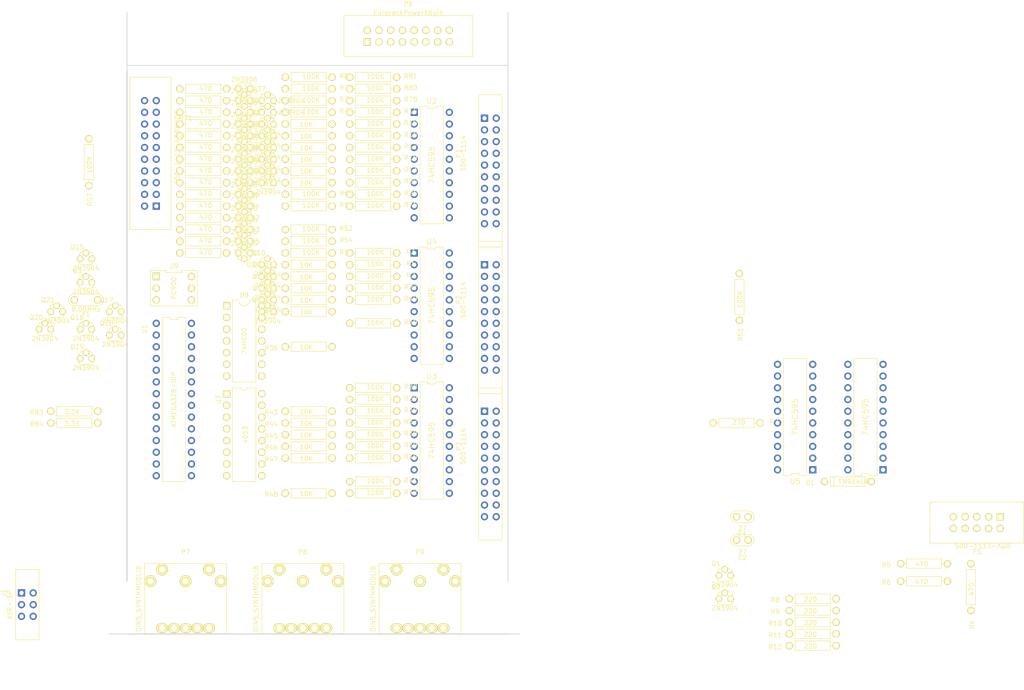
<source format=kicad_pcb>
(kicad_pcb (version 4) (host pcbnew 4.0.7)
  (layers (0 F.Cu signal) (31 B.Cu signal) (34 B.Paste user) (35 F.Paste user) (36 B.SilkS user) (37 F.SilkS user) (38 B.Mask user) (39 F.Mask user) (44 Edge.Cuts user))
  (net 0 "")
  (net 1 "Net-(C1-Pad1)")
  (net 2 GND)
  (net 3 "Net-(C2-Pad1)")
  (net 4 "Net-(D1-Pad1)")
  (net 5 "Net-(D1-Pad2)")
  (net 6 "Net-(J1-Pad1)")
  (net 7 "Net-(J1-Pad3)")
  (net 8 +5V0)
  (net 9 "Net-(J1-Pad5)")
  (net 10 /T0)
  (net 11 /TLD0)
  (net 12 /TLD1)
  (net 13 /T1)
  (net 14 /TLD2)
  (net 15 /TLD3)
  (net 16 /T2)
  (net 17 /TLD4)
  (net 18 /T3)
  (net 19 /TLD5)
  (net 20 /T4)
  (net 21 /T5)
  (net 22 /T6)
  (net 23 /TLD6)
  (net 24 /TLD7)
  (net 25 /T7)
  (net 26 /TLD8)
  (net 27 /TLD9)
  (net 28 /T8)
  (net 29 /TLD10)
  (net 30 /T9)
  (net 31 /TLD11)
  (net 32 /T10)
  (net 33 /T11)
  (net 34 /T12)
  (net 35 /TLD12)
  (net 36 /TLD13)
  (net 37 /T13)
  (net 38 /TLD14)
  (net 39 /TLD15)
  (net 40 /T14)
  (net 41 /TLD16)
  (net 42 /T15)
  (net 43 /TLD17)
  (net 44 /T16)
  (net 45 /T17)
  (net 46 /LD0)
  (net 47 /LD1)
  (net 48 /LD2)
  (net 49 /LD3)
  (net 50 /LD4)
  (net 51 /LD5)
  (net 52 /LD6)
  (net 53 /LD7)
  (net 54 /LD8)
  (net 55 /LD9)
  (net 56 /LD10)
  (net 57 /LD11)
  (net 58 /LD12)
  (net 59 /LD13)
  (net 60 /LD14)
  (net 61 /LD15)
  (net 62 /LD16)
  (net 63 "/Midi Controller/AQ")
  (net 64 "/Midi Controller/BQ")
  (net 65 "Net-(P5-Pad6)")
  (net 66 "Net-(P5-Pad8)")
  (net 67 "Net-(P5-Pad10)")
  (net 68 "Net-(P6-Pad1)")
  (net 69 "Net-(P6-Pad10)")
  (net 70 "Net-(P6-Pad13)")
  (net 71 "Net-(P6-Pad15)")
  (net 72 "Net-(P7-Pad4)")
  (net 73 "Net-(P8-Pad5)")
  (net 74 "Net-(P8-Pad4)")
  (net 75 "Net-(P9-Pad5)")
  (net 76 "Net-(P9-Pad4)")
  (net 77 "Net-(Q1-Pad2)")
  (net 78 "Net-(Q1-Pad3)")
  (net 79 "Net-(Q2-Pad2)")
  (net 80 "Net-(Q2-Pad3)")
  (net 81 "Net-(Q3-Pad2)")
  (net 82 "Net-(Q3-Pad3)")
  (net 83 "Net-(Q4-Pad2)")
  (net 84 "Net-(Q4-Pad3)")
  (net 85 "Net-(Q5-Pad2)")
  (net 86 "Net-(Q5-Pad3)")
  (net 87 "Net-(Q6-Pad2)")
  (net 88 "Net-(Q6-Pad3)")
  (net 89 "Net-(Q7-Pad2)")
  (net 90 "Net-(Q7-Pad3)")
  (net 91 "Net-(Q8-Pad2)")
  (net 92 "Net-(Q8-Pad3)")
  (net 93 "Net-(Q9-Pad2)")
  (net 94 "Net-(Q9-Pad3)")
  (net 95 "Net-(Q10-Pad2)")
  (net 96 "Net-(Q10-Pad3)")
  (net 97 "Net-(Q11-Pad2)")
  (net 98 "Net-(Q11-Pad3)")
  (net 99 "Net-(Q12-Pad2)")
  (net 100 "Net-(Q12-Pad3)")
  (net 101 "Net-(Q13-Pad2)")
  (net 102 "Net-(Q13-Pad3)")
  (net 103 "Net-(Q14-Pad2)")
  (net 104 "Net-(Q14-Pad3)")
  (net 105 "Net-(Q15-Pad2)")
  (net 106 "Net-(Q15-Pad3)")
  (net 107 "Net-(Q16-Pad2)")
  (net 108 "Net-(Q16-Pad3)")
  (net 109 "Net-(Q17-Pad2)")
  (net 110 "Net-(Q17-Pad3)")
  (net 111 "Net-(Q18-Pad2)")
  (net 112 "Net-(Q18-Pad3)")
  (net 113 "Net-(Q19-Pad2)")
  (net 114 "Net-(Q19-Pad3)")
  (net 115 "Net-(Q20-Pad2)")
  (net 116 "Net-(Q20-Pad3)")
  (net 117 "Net-(Q21-Pad2)")
  (net 118 "Net-(Q21-Pad3)")
  (net 119 "Net-(Q22-Pad2)")
  (net 120 "Net-(Q22-Pad3)")
  (net 121 "Net-(Q23-Pad2)")
  (net 122 "Net-(Q23-Pad3)")
  (net 123 "Net-(Q24-Pad2)")
  (net 124 "Net-(Q24-Pad3)")
  (net 125 "Net-(Q25-Pad2)")
  (net 126 "Net-(Q25-Pad3)")
  (net 127 "Net-(Q26-Pad2)")
  (net 128 "Net-(Q26-Pad3)")
  (net 129 "Net-(Q27-Pad2)")
  (net 130 "Net-(Q27-Pad3)")
  (net 131 "Net-(Q28-Pad2)")
  (net 132 "Net-(Q28-Pad3)")
  (net 133 "Net-(Q29-Pad2)")
  (net 134 "Net-(Q29-Pad3)")
  (net 135 "Net-(Q30-Pad2)")
  (net 136 "Net-(Q30-Pad3)")
  (net 137 "Net-(Q31-Pad2)")
  (net 138 "Net-(Q31-Pad3)")
  (net 139 "Net-(Q32-Pad2)")
  (net 140 "Net-(Q32-Pad3)")
  (net 141 "Net-(Q33-Pad2)")
  (net 142 "Net-(Q33-Pad3)")
  (net 143 "Net-(Q34-Pad2)")
  (net 144 "Net-(Q34-Pad3)")
  (net 145 "Net-(Q35-Pad2)")
  (net 146 "Net-(Q35-Pad3)")
  (net 147 "Net-(Q36-Pad2)")
  (net 148 "Net-(Q36-Pad3)")
  (net 149 "Net-(Q37-Pad2)")
  (net 150 "Net-(Q38-Pad2)")
  (net 151 "/Midi Controller/R")
  (net 152 "/Midi Controller/B")
  (net 153 "/Midi Controller/G")
  (net 154 VCC)
  (net 155 "/Midi Controller/MIDI_IN")
  (net 156 "Net-(R9-Pad1)")
  (net 157 "Net-(R11-Pad1)")
  (net 158 "/Midi Controller/L0")
  (net 159 "/Midi Controller/L1")
  (net 160 "/Midi Controller/L2")
  (net 161 "/Midi Controller/L3")
  (net 162 "/Midi Controller/L4")
  (net 163 "/Midi Controller/L5")
  (net 164 "/Midi Controller/L6")
  (net 165 "/Midi Controller/L7")
  (net 166 "/Midi Controller/L8")
  (net 167 "/Midi Controller/L9")
  (net 168 "/Midi Controller/L10")
  (net 169 "/Midi Controller/L11")
  (net 170 "/Midi Controller/L12")
  (net 171 "/Midi Controller/L13")
  (net 172 "/Midi Controller/L14")
  (net 173 "/Midi Controller/L15")
  (net 174 "/Midi Controller/L16")
  (net 175 "/Midi Controller/LD_SR")
  (net 176 "/Midi Controller/DAT_SR")
  (net 177 "/Midi Controller/CLK_SR")
  (net 178 "/Midi Controller/MIDI_OUT")
  (net 179 "Net-(U2-Pad9)")
  (net 180 "Net-(U3-Pad9)")
  (net 181 "Net-(U4-Pad9)")
  (net 182 "Net-(U5-Pad9)")
  (net 183 "Net-(R83-Pad2)")
  (net 184 "Net-(R84-Pad2)")
  (net 185 "Net-(J1-Pad4)")
  (net 186 "Net-(U1-Pad19)")
  (net 187 "Net-(U1-Pad18)")
  (net 188 "Net-(U1-Pad17)")
  (module FootPrints:CAP-0.1 (layer F.Cu) (at 218.44 129.54)
    (fp_text reference C1 (at 0 3.81) (layer F.SilkS))
    (fp_text value 27 (at 0 2.54) (layer F.SilkS))
    (pad 1 thru_hole circle (at -1.27 0) (size 1.5748 1.5748) (drill 0.9144) (layers *.Cu *.Mask F.SilkS) (net 1 "Net-(C1-Pad1)"))
    (pad 2 thru_hole circle (at 1.27 0) (size 1.5748 1.5748) (drill 0.9144) (layers *.Cu *.Mask F.SilkS) (net 2 GND))
  )
  (module FootPrints:CAP-0.1 (layer F.Cu) (at 218.44 134.62)
    (fp_text reference C2 (at 0 3.81) (layer F.SilkS))
    (fp_text value 27 (at 0 2.54) (layer F.SilkS))
    (pad 1 thru_hole circle (at -1.27 0) (size 1.5748 1.5748) (drill 0.9144) (layers *.Cu *.Mask F.SilkS) (net 3 "Net-(C2-Pad1)"))
    (pad 2 thru_hole circle (at 1.27 0) (size 1.5748 1.5748) (drill 0.9144) (layers *.Cu *.Mask F.SilkS) (net 2 GND))
  )
  (module FootPrints:DIODE0.4 (layer F.Cu) (at 241.3 121.92)
    (fp_text reference D1 (at -8.128 0.254) (layer F.SilkS))
    (fp_text value 1N914 (at 0.254 0) (layer F.SilkS))
    (pad 1 thru_hole circle (at -5.08 0) (size 1.5748 1.5748) (drill 0.9144) (layers *.Cu *.Mask F.SilkS) (net 4 "Net-(D1-Pad1)"))
    (pad 2 thru_hole circle (at 5.08 0) (size 1.5748 1.5748) (drill 0.9144) (layers *.Cu *.Mask F.SilkS) (net 5 "Net-(D1-Pad2)"))
  )
  (module FootPrints:IDC10x2-Vert (layer F.Cu) (at 157.48 50.8 270)
    (fp_text reference P1 (at 0 0.5 270) (layer F.SilkS))
    (fp_text value 500-1114 (at 0 -0.5 270) (layer F.SilkS))
    (pad 1 thru_hole rect (at -7.62 -5.08 270) (size 1.5748 1.5748) (drill 0.9144) (layers *.Cu *.Mask) (net 10 /T0))
    (pad 2 thru_hole circle (at -7.62 -7.62 270) (size 1.5748 1.5748) (drill 0.9144) (layers *.Cu *.Mask) (net 11 /TLD0))
    (pad 3 thru_hole circle (at -5.08 -5.08 270) (size 1.5748 1.5748) (drill 0.9144) (layers *.Cu *.Mask) (net 8 +5V0))
    (pad 4 thru_hole circle (at -5.08 -7.62 270) (size 1.5748 1.5748) (drill 0.9144) (layers *.Cu *.Mask) (net 12 /TLD1))
    (pad 5 thru_hole circle (at -2.54 -5.08 270) (size 1.5748 1.5748) (drill 0.9144) (layers *.Cu *.Mask) (net 13 /T1))
    (pad 6 thru_hole circle (at -2.54 -7.62 270) (size 1.5748 1.5748) (drill 0.9144) (layers *.Cu *.Mask) (net 14 /TLD2))
    (pad 7 thru_hole circle (at 0 -5.08 270) (size 1.5748 1.5748) (drill 0.9144) (layers *.Cu *.Mask) (net 8 +5V0))
    (pad 8 thru_hole circle (at 0 -7.62 270) (size 1.5748 1.5748) (drill 0.9144) (layers *.Cu *.Mask) (net 15 /TLD3))
    (pad 9 thru_hole circle (at 2.54 -5.08 270) (size 1.5748 1.5748) (drill 0.9144) (layers *.Cu *.Mask) (net 16 /T2))
    (pad 10 thru_hole circle (at 2.54 -7.62 270) (size 1.5748 1.5748) (drill 0.9144) (layers *.Cu *.Mask) (net 17 /TLD4))
    (pad 11 thru_hole circle (at 5.08 -5.08 270) (size 1.5748 1.5748) (drill 0.9144) (layers *.Cu *.Mask) (net 8 +5V0))
    (pad 12 thru_hole circle (at 5.08 -7.62 270) (size 1.5748 1.5748) (drill 0.9144) (layers *.Cu *.Mask))
    (pad 13 thru_hole circle (at 7.62 -5.08 270) (size 1.5748 1.5748) (drill 0.9144) (layers *.Cu *.Mask) (net 18 /T3))
    (pad 14 thru_hole circle (at 7.62 -7.62 270) (size 1.5748 1.5748) (drill 0.9144) (layers *.Cu *.Mask))
    (pad 15 thru_hole circle (at 10.16 -5.08 270) (size 1.5748 1.5748) (drill 0.9144) (layers *.Cu *.Mask) (net 8 +5V0))
    (pad 16 thru_hole circle (at 10.16 -7.62 270) (size 1.5748 1.5748) (drill 0.9144) (layers *.Cu *.Mask) (net 19 /TLD5))
    (pad 17 thru_hole circle (at 12.7 -5.08 270) (size 1.5748 1.5748) (drill 0.9144) (layers *.Cu *.Mask) (net 20 /T4))
    (pad 18 thru_hole circle (at 12.7 -7.62 270) (size 1.5748 1.5748) (drill 0.9144) (layers *.Cu *.Mask) (net 8 +5V0))
    (pad 19 thru_hole circle (at 15.24 -5.08 270) (size 1.5748 1.5748) (drill 0.9144) (layers *.Cu *.Mask) (net 8 +5V0))
    (pad 20 thru_hole circle (at 15.24 -7.62 270) (size 1.5748 1.5748) (drill 0.9144) (layers *.Cu *.Mask) (net 21 /T5))
  )
  (module FootPrints:IDC10x2-Vert (layer F.Cu) (at 157.48 82.55 270)
    (fp_text reference P2 (at 0 0.5 270) (layer F.SilkS))
    (fp_text value 500-1114 (at 0 -0.5 270) (layer F.SilkS))
    (pad 1 thru_hole rect (at -7.62 -5.08 270) (size 1.5748 1.5748) (drill 0.9144) (layers *.Cu *.Mask) (net 22 /T6))
    (pad 2 thru_hole circle (at -7.62 -7.62 270) (size 1.5748 1.5748) (drill 0.9144) (layers *.Cu *.Mask) (net 23 /TLD6))
    (pad 3 thru_hole circle (at -5.08 -5.08 270) (size 1.5748 1.5748) (drill 0.9144) (layers *.Cu *.Mask) (net 8 +5V0))
    (pad 4 thru_hole circle (at -5.08 -7.62 270) (size 1.5748 1.5748) (drill 0.9144) (layers *.Cu *.Mask) (net 24 /TLD7))
    (pad 5 thru_hole circle (at -2.54 -5.08 270) (size 1.5748 1.5748) (drill 0.9144) (layers *.Cu *.Mask) (net 25 /T7))
    (pad 6 thru_hole circle (at -2.54 -7.62 270) (size 1.5748 1.5748) (drill 0.9144) (layers *.Cu *.Mask) (net 26 /TLD8))
    (pad 7 thru_hole circle (at 0 -5.08 270) (size 1.5748 1.5748) (drill 0.9144) (layers *.Cu *.Mask) (net 8 +5V0))
    (pad 8 thru_hole circle (at 0 -7.62 270) (size 1.5748 1.5748) (drill 0.9144) (layers *.Cu *.Mask) (net 27 /TLD9))
    (pad 9 thru_hole circle (at 2.54 -5.08 270) (size 1.5748 1.5748) (drill 0.9144) (layers *.Cu *.Mask) (net 28 /T8))
    (pad 10 thru_hole circle (at 2.54 -7.62 270) (size 1.5748 1.5748) (drill 0.9144) (layers *.Cu *.Mask) (net 29 /TLD10))
    (pad 11 thru_hole circle (at 5.08 -5.08 270) (size 1.5748 1.5748) (drill 0.9144) (layers *.Cu *.Mask) (net 8 +5V0))
    (pad 12 thru_hole circle (at 5.08 -7.62 270) (size 1.5748 1.5748) (drill 0.9144) (layers *.Cu *.Mask))
    (pad 13 thru_hole circle (at 7.62 -5.08 270) (size 1.5748 1.5748) (drill 0.9144) (layers *.Cu *.Mask) (net 30 /T9))
    (pad 14 thru_hole circle (at 7.62 -7.62 270) (size 1.5748 1.5748) (drill 0.9144) (layers *.Cu *.Mask))
    (pad 15 thru_hole circle (at 10.16 -5.08 270) (size 1.5748 1.5748) (drill 0.9144) (layers *.Cu *.Mask) (net 8 +5V0))
    (pad 16 thru_hole circle (at 10.16 -7.62 270) (size 1.5748 1.5748) (drill 0.9144) (layers *.Cu *.Mask) (net 31 /TLD11))
    (pad 17 thru_hole circle (at 12.7 -5.08 270) (size 1.5748 1.5748) (drill 0.9144) (layers *.Cu *.Mask) (net 32 /T10))
    (pad 18 thru_hole circle (at 12.7 -7.62 270) (size 1.5748 1.5748) (drill 0.9144) (layers *.Cu *.Mask) (net 8 +5V0))
    (pad 19 thru_hole circle (at 15.24 -5.08 270) (size 1.5748 1.5748) (drill 0.9144) (layers *.Cu *.Mask) (net 8 +5V0))
    (pad 20 thru_hole circle (at 15.24 -7.62 270) (size 1.5748 1.5748) (drill 0.9144) (layers *.Cu *.Mask) (net 33 /T11))
  )
  (module FootPrints:IDC10x2-Vert (layer F.Cu) (at 157.48 114.3 270)
    (fp_text reference P3 (at 0 0.5 270) (layer F.SilkS))
    (fp_text value 500-1114 (at 0 -0.5 270) (layer F.SilkS))
    (pad 1 thru_hole rect (at -7.62 -5.08 270) (size 1.5748 1.5748) (drill 0.9144) (layers *.Cu *.Mask) (net 34 /T12))
    (pad 2 thru_hole circle (at -7.62 -7.62 270) (size 1.5748 1.5748) (drill 0.9144) (layers *.Cu *.Mask) (net 35 /TLD12))
    (pad 3 thru_hole circle (at -5.08 -5.08 270) (size 1.5748 1.5748) (drill 0.9144) (layers *.Cu *.Mask) (net 8 +5V0))
    (pad 4 thru_hole circle (at -5.08 -7.62 270) (size 1.5748 1.5748) (drill 0.9144) (layers *.Cu *.Mask) (net 36 /TLD13))
    (pad 5 thru_hole circle (at -2.54 -5.08 270) (size 1.5748 1.5748) (drill 0.9144) (layers *.Cu *.Mask) (net 37 /T13))
    (pad 6 thru_hole circle (at -2.54 -7.62 270) (size 1.5748 1.5748) (drill 0.9144) (layers *.Cu *.Mask) (net 38 /TLD14))
    (pad 7 thru_hole circle (at 0 -5.08 270) (size 1.5748 1.5748) (drill 0.9144) (layers *.Cu *.Mask) (net 8 +5V0))
    (pad 8 thru_hole circle (at 0 -7.62 270) (size 1.5748 1.5748) (drill 0.9144) (layers *.Cu *.Mask) (net 39 /TLD15))
    (pad 9 thru_hole circle (at 2.54 -5.08 270) (size 1.5748 1.5748) (drill 0.9144) (layers *.Cu *.Mask) (net 40 /T14))
    (pad 10 thru_hole circle (at 2.54 -7.62 270) (size 1.5748 1.5748) (drill 0.9144) (layers *.Cu *.Mask) (net 41 /TLD16))
    (pad 11 thru_hole circle (at 5.08 -5.08 270) (size 1.5748 1.5748) (drill 0.9144) (layers *.Cu *.Mask) (net 8 +5V0))
    (pad 12 thru_hole circle (at 5.08 -7.62 270) (size 1.5748 1.5748) (drill 0.9144) (layers *.Cu *.Mask))
    (pad 13 thru_hole circle (at 7.62 -5.08 270) (size 1.5748 1.5748) (drill 0.9144) (layers *.Cu *.Mask) (net 42 /T15))
    (pad 14 thru_hole circle (at 7.62 -7.62 270) (size 1.5748 1.5748) (drill 0.9144) (layers *.Cu *.Mask))
    (pad 15 thru_hole circle (at 10.16 -5.08 270) (size 1.5748 1.5748) (drill 0.9144) (layers *.Cu *.Mask) (net 8 +5V0))
    (pad 16 thru_hole circle (at 10.16 -7.62 270) (size 1.5748 1.5748) (drill 0.9144) (layers *.Cu *.Mask) (net 43 /TLD17))
    (pad 17 thru_hole circle (at 12.7 -5.08 270) (size 1.5748 1.5748) (drill 0.9144) (layers *.Cu *.Mask) (net 44 /T16))
    (pad 18 thru_hole circle (at 12.7 -7.62 270) (size 1.5748 1.5748) (drill 0.9144) (layers *.Cu *.Mask) (net 8 +5V0))
    (pad 19 thru_hole circle (at 15.24 -5.08 270) (size 1.5748 1.5748) (drill 0.9144) (layers *.Cu *.Mask) (net 8 +5V0))
    (pad 20 thru_hole circle (at 15.24 -7.62 270) (size 1.5748 1.5748) (drill 0.9144) (layers *.Cu *.Mask) (net 45 /T17))
  )
  (module FootPrints:IDC10x2_Vert (layer F.Cu) (at 90.17 50.8 90)
    (fp_text reference P4 (at 1.27 6.85 90) (layer F.SilkS))
    (fp_text value 500-1113-AQBKNOB (at 1.27 5.85 90) (layer F.SilkS))
    (pad 1 thru_hole rect (at -11.43 1.27 90) (size 1.5748 1.5748) (drill 0.9144) (layers *.Cu *.Mask) (net 46 /LD0))
    (pad 2 thru_hole circle (at -11.43 -1.27 90) (size 1.5748 1.5748) (drill 0.9144) (layers *.Cu *.Mask) (net 47 /LD1))
    (pad 3 thru_hole circle (at -8.89 1.27 90) (size 1.5748 1.5748) (drill 0.9144) (layers *.Cu *.Mask) (net 48 /LD2))
    (pad 4 thru_hole circle (at -8.89 -1.27 90) (size 1.5748 1.5748) (drill 0.9144) (layers *.Cu *.Mask) (net 49 /LD3))
    (pad 5 thru_hole circle (at -6.35 1.27 90) (size 1.5748 1.5748) (drill 0.9144) (layers *.Cu *.Mask) (net 50 /LD4))
    (pad 6 thru_hole circle (at -6.35 -1.27 90) (size 1.5748 1.5748) (drill 0.9144) (layers *.Cu *.Mask) (net 51 /LD5))
    (pad 7 thru_hole circle (at -3.81 1.27 90) (size 1.5748 1.5748) (drill 0.9144) (layers *.Cu *.Mask) (net 52 /LD6))
    (pad 8 thru_hole circle (at -3.81 -1.27 90) (size 1.5748 1.5748) (drill 0.9144) (layers *.Cu *.Mask) (net 53 /LD7))
    (pad 9 thru_hole circle (at -1.27 1.27 90) (size 1.5748 1.5748) (drill 0.9144) (layers *.Cu *.Mask) (net 54 /LD8))
    (pad 10 thru_hole circle (at -1.27 -1.27 90) (size 1.5748 1.5748) (drill 0.9144) (layers *.Cu *.Mask) (net 55 /LD9))
    (pad 11 thru_hole circle (at 1.27 1.27 90) (size 1.5748 1.5748) (drill 0.9144) (layers *.Cu *.Mask) (net 56 /LD10))
    (pad 12 thru_hole circle (at 1.27 -1.27 90) (size 1.5748 1.5748) (drill 0.9144) (layers *.Cu *.Mask) (net 57 /LD11))
    (pad 13 thru_hole circle (at 3.81 1.27 90) (size 1.5748 1.5748) (drill 0.9144) (layers *.Cu *.Mask) (net 58 /LD12))
    (pad 14 thru_hole circle (at 3.81 -1.27 90) (size 1.5748 1.5748) (drill 0.9144) (layers *.Cu *.Mask) (net 59 /LD13))
    (pad 15 thru_hole circle (at 6.35 1.27 90) (size 1.5748 1.5748) (drill 0.9144) (layers *.Cu *.Mask) (net 60 /LD14))
    (pad 16 thru_hole circle (at 6.35 -1.27 90) (size 1.5748 1.5748) (drill 0.9144) (layers *.Cu *.Mask))
    (pad 17 thru_hole circle (at 8.89 1.27 90) (size 1.5748 1.5748) (drill 0.9144) (layers *.Cu *.Mask) (net 61 /LD15))
    (pad 18 thru_hole circle (at 8.89 -1.27 90) (size 1.5748 1.5748) (drill 0.9144) (layers *.Cu *.Mask) (net 62 /LD16))
    (pad 19 thru_hole circle (at 11.43 1.27 90) (size 1.5748 1.5748) (drill 0.9144) (layers *.Cu *.Mask))
    (pad 20 thru_hole circle (at 11.43 -1.27 90) (size 1.5748 1.5748) (drill 0.9144) (layers *.Cu *.Mask))
  )
  (module FootPrints:IDC5x2_Vert (layer F.Cu) (at 269.24 130.81)
    (fp_text reference P5 (at 0 6.35) (layer F.SilkS))
    (fp_text value 500-1113-AQB (at 1.27 5.08) (layer F.SilkS))
    (pad 1 thru_hole rect (at 5.08 -1.27) (size 1.5748 1.5748) (drill 0.9144) (layers *.Cu *.Mask F.SilkS) (net 2 GND))
    (pad 2 thru_hole circle (at 5.08 1.27) (size 1.5748 1.5748) (drill 0.9144) (layers *.Cu *.Mask F.SilkS) (net 63 "/Midi Controller/AQ"))
    (pad 3 thru_hole circle (at 2.54 -1.27) (size 1.5748 1.5748) (drill 0.9144) (layers *.Cu *.Mask F.SilkS) (net 2 GND))
    (pad 4 thru_hole circle (at 2.54 1.27) (size 1.5748 1.5748) (drill 0.9144) (layers *.Cu *.Mask F.SilkS) (net 64 "/Midi Controller/BQ"))
    (pad 5 thru_hole circle (at 0 -1.27) (size 1.5748 1.5748) (drill 0.9144) (layers *.Cu *.Mask F.SilkS) (net 8 +5V0))
    (pad 6 thru_hole circle (at 0 1.27) (size 1.5748 1.5748) (drill 0.9144) (layers *.Cu *.Mask F.SilkS) (net 65 "Net-(P5-Pad6)"))
    (pad 7 thru_hole circle (at -2.54 -1.27) (size 1.5748 1.5748) (drill 0.9144) (layers *.Cu *.Mask F.SilkS) (net 8 +5V0))
    (pad 8 thru_hole circle (at -2.54 1.27) (size 1.5748 1.5748) (drill 0.9144) (layers *.Cu *.Mask F.SilkS) (net 66 "Net-(P5-Pad8)"))
    (pad 9 thru_hole circle (at -5.08 -1.27) (size 1.5748 1.5748) (drill 0.9144) (layers *.Cu *.Mask F.SilkS) (net 8 +5V0))
    (pad 10 thru_hole circle (at -5.08 1.27) (size 1.5748 1.5748) (drill 0.9144) (layers *.Cu *.Mask F.SilkS) (net 67 "Net-(P5-Pad10)"))
  )
  (module FootPrints:IDC8x2_Vert (layer F.Cu) (at 146.05 25.4 180)
    (fp_text reference P6 (at 0 6.985 180) (layer F.SilkS))
    (fp_text value EurorackPower16pin (at 0 5.08 180) (layer F.SilkS))
    (pad 1 thru_hole rect (at 8.89 -1.27 180) (size 1.5748 1.5748) (drill 0.9144) (layers *.Cu *.Mask F.SilkS) (net 68 "Net-(P6-Pad1)"))
    (pad 2 thru_hole circle (at 8.89 1.27 180) (size 1.5748 1.5748) (drill 0.9144) (layers *.Cu *.Mask F.SilkS) (net 68 "Net-(P6-Pad1)"))
    (pad 3 thru_hole circle (at 6.35 -1.27 180) (size 1.5748 1.5748) (drill 0.9144) (layers *.Cu *.Mask F.SilkS) (net 2 GND))
    (pad 4 thru_hole circle (at 6.35 1.27 180) (size 1.5748 1.5748) (drill 0.9144) (layers *.Cu *.Mask F.SilkS) (net 2 GND))
    (pad 5 thru_hole circle (at 3.81 -1.27 180) (size 1.5748 1.5748) (drill 0.9144) (layers *.Cu *.Mask F.SilkS) (net 2 GND))
    (pad 6 thru_hole circle (at 3.81 1.27 180) (size 1.5748 1.5748) (drill 0.9144) (layers *.Cu *.Mask F.SilkS) (net 2 GND))
    (pad 7 thru_hole circle (at 1.27 -1.27 180) (size 1.5748 1.5748) (drill 0.9144) (layers *.Cu *.Mask F.SilkS) (net 2 GND))
    (pad 8 thru_hole circle (at 1.27 1.27 180) (size 1.5748 1.5748) (drill 0.9144) (layers *.Cu *.Mask F.SilkS) (net 2 GND))
    (pad 9 thru_hole circle (at -1.27 -1.27 180) (size 1.5748 1.5748) (drill 0.9144) (layers *.Cu *.Mask F.SilkS) (net 69 "Net-(P6-Pad10)"))
    (pad 10 thru_hole circle (at -1.27 1.27 180) (size 1.5748 1.5748) (drill 0.9144) (layers *.Cu *.Mask F.SilkS) (net 69 "Net-(P6-Pad10)"))
    (pad 11 thru_hole circle (at -3.81 -1.27 180) (size 1.5748 1.5748) (drill 0.9144) (layers *.Cu *.Mask F.SilkS) (net 8 +5V0))
    (pad 12 thru_hole circle (at -3.81 1.27 180) (size 1.5748 1.5748) (drill 0.9144) (layers *.Cu *.Mask F.SilkS) (net 8 +5V0))
    (pad 13 thru_hole circle (at -6.35 -1.27 180) (size 1.5748 1.5748) (drill 0.9144) (layers *.Cu *.Mask F.SilkS) (net 70 "Net-(P6-Pad13)"))
    (pad 14 thru_hole circle (at -6.35 1.27 180) (size 1.5748 1.5748) (drill 0.9144) (layers *.Cu *.Mask F.SilkS) (net 70 "Net-(P6-Pad13)"))
    (pad 15 thru_hole circle (at -8.89 -1.27 180) (size 1.5748 1.5748) (drill 0.9144) (layers *.Cu *.Mask F.SilkS) (net 71 "Net-(P6-Pad15)"))
    (pad 16 thru_hole circle (at -8.89 1.27 180) (size 1.5748 1.5748) (drill 0.9144) (layers *.Cu *.Mask F.SilkS) (net 71 "Net-(P6-Pad15)"))
  )
  (module FootPrints:DIN-5-PIN (layer F.Cu) (at 97.79 154.94)
    (fp_text reference P7 (at 0 -17.78) (layer F.SilkS))
    (fp_text value DIN5_SYNTHMODLIB (at -10.16 -7.62 90) (layer F.SilkS))
    (pad 10 thru_hole oval (at 5.08 -1.27) (size 2.54 2.032) (drill 1.27) (layers *.Cu *.Mask F.SilkS))
    (pad 8 thru_hole oval (at -5.08 -1.27) (size 2.54 2.032) (drill 1.27) (layers *.Cu *.Mask F.SilkS))
    (pad 9 thru_hole oval (at 0 -1.27) (size 2.54 2.032) (drill 1.27) (layers *.Cu *.Mask F.SilkS))
    (pad 6 thru_hole oval (at -2.54 -1.27) (size 2.54 2.032) (drill 1.27) (layers *.Cu *.Mask F.SilkS))
    (pad 7 thru_hole oval (at 2.54 -1.27) (size 2.54 2.032) (drill 1.27) (layers *.Cu *.Mask F.SilkS))
    (pad 2 thru_hole circle (at 0 -11.43) (size 2.54 2.54) (drill 1.27) (layers *.Cu *.Mask F.SilkS))
    (pad 3 thru_hole circle (at -7.62 -11.43) (size 2.54 2.54) (drill 1.27) (layers *.Cu *.Mask F.SilkS))
    (pad 1 thru_hole circle (at 7.62 -11.43) (size 2.54 2.54) (drill 1.27) (layers *.Cu *.Mask F.SilkS))
    (pad 5 thru_hole circle (at -5.08 -13.97) (size 2.54 2.54) (drill 1.27) (layers *.Cu *.Mask F.SilkS) (net 5 "Net-(D1-Pad2)"))
    (pad 4 thru_hole circle (at 5.08 -13.97) (size 2.54 2.54) (drill 1.27) (layers *.Cu *.Mask F.SilkS) (net 72 "Net-(P7-Pad4)"))
  )
  (module FootPrints:DIN-5-PIN (layer F.Cu) (at 123.19 154.94)
    (fp_text reference P8 (at 0 -17.78) (layer F.SilkS))
    (fp_text value DIN5_SYNTHMODLIB (at -10.16 -7.62 90) (layer F.SilkS))
    (pad 10 thru_hole oval (at 5.08 -1.27) (size 2.54 2.032) (drill 1.27) (layers *.Cu *.Mask F.SilkS))
    (pad 8 thru_hole oval (at -5.08 -1.27) (size 2.54 2.032) (drill 1.27) (layers *.Cu *.Mask F.SilkS))
    (pad 9 thru_hole oval (at 0 -1.27) (size 2.54 2.032) (drill 1.27) (layers *.Cu *.Mask F.SilkS))
    (pad 6 thru_hole oval (at -2.54 -1.27) (size 2.54 2.032) (drill 1.27) (layers *.Cu *.Mask F.SilkS))
    (pad 7 thru_hole oval (at 2.54 -1.27) (size 2.54 2.032) (drill 1.27) (layers *.Cu *.Mask F.SilkS))
    (pad 2 thru_hole circle (at 0 -11.43) (size 2.54 2.54) (drill 1.27) (layers *.Cu *.Mask F.SilkS) (net 2 GND))
    (pad 3 thru_hole circle (at -7.62 -11.43) (size 2.54 2.54) (drill 1.27) (layers *.Cu *.Mask F.SilkS))
    (pad 1 thru_hole circle (at 7.62 -11.43) (size 2.54 2.54) (drill 1.27) (layers *.Cu *.Mask F.SilkS))
    (pad 5 thru_hole circle (at -5.08 -13.97) (size 2.54 2.54) (drill 1.27) (layers *.Cu *.Mask F.SilkS) (net 73 "Net-(P8-Pad5)"))
    (pad 4 thru_hole circle (at 5.08 -13.97) (size 2.54 2.54) (drill 1.27) (layers *.Cu *.Mask F.SilkS) (net 74 "Net-(P8-Pad4)"))
  )
  (module FootPrints:DIN-5-PIN (layer F.Cu) (at 148.59 154.94)
    (fp_text reference P9 (at 0 -17.78) (layer F.SilkS))
    (fp_text value DIN5_SYNTHMODLIB (at -10.16 -7.62 90) (layer F.SilkS))
    (pad 10 thru_hole oval (at 5.08 -1.27) (size 2.54 2.032) (drill 1.27) (layers *.Cu *.Mask F.SilkS))
    (pad 8 thru_hole oval (at -5.08 -1.27) (size 2.54 2.032) (drill 1.27) (layers *.Cu *.Mask F.SilkS))
    (pad 9 thru_hole oval (at 0 -1.27) (size 2.54 2.032) (drill 1.27) (layers *.Cu *.Mask F.SilkS))
    (pad 6 thru_hole oval (at -2.54 -1.27) (size 2.54 2.032) (drill 1.27) (layers *.Cu *.Mask F.SilkS))
    (pad 7 thru_hole oval (at 2.54 -1.27) (size 2.54 2.032) (drill 1.27) (layers *.Cu *.Mask F.SilkS))
    (pad 2 thru_hole circle (at 0 -11.43) (size 2.54 2.54) (drill 1.27) (layers *.Cu *.Mask F.SilkS) (net 2 GND))
    (pad 3 thru_hole circle (at -7.62 -11.43) (size 2.54 2.54) (drill 1.27) (layers *.Cu *.Mask F.SilkS))
    (pad 1 thru_hole circle (at 7.62 -11.43) (size 2.54 2.54) (drill 1.27) (layers *.Cu *.Mask F.SilkS))
    (pad 5 thru_hole circle (at -5.08 -13.97) (size 2.54 2.54) (drill 1.27) (layers *.Cu *.Mask F.SilkS) (net 75 "Net-(P9-Pad5)"))
    (pad 4 thru_hole circle (at 5.08 -13.97) (size 2.54 2.54) (drill 1.27) (layers *.Cu *.Mask F.SilkS) (net 76 "Net-(P9-Pad4)"))
  )
  (module FootPrints:TO92 (layer F.Cu) (at 214.63 142.24)
    (fp_text reference Q1 (at -1.905 -2.54) (layer F.SilkS))
    (fp_text value 2N3904 (at 0 2.04) (layer F.SilkS))
    (pad 1 thru_hole circle (at -1.27 0) (size 1.397 1.397) (drill 0.8128) (layers *.Cu *.Mask F.SilkS) (net 2 GND))
    (pad 2 thru_hole circle (at 0 -1.27) (size 1.397 1.397) (drill 0.8128) (layers *.Cu *.Mask F.SilkS) (net 77 "Net-(Q1-Pad2)"))
    (pad 3 thru_hole circle (at 1.27 0) (size 1.397 1.397) (drill 0.8128) (layers *.Cu *.Mask F.SilkS) (net 78 "Net-(Q1-Pad3)"))
  )
  (module FootPrints:TO92 (layer F.Cu) (at 214.63 147.32)
    (fp_text reference Q2 (at -1.905 -2.54) (layer F.SilkS))
    (fp_text value 2N3904 (at 0 2.04) (layer F.SilkS))
    (pad 1 thru_hole circle (at -1.27 0) (size 1.397 1.397) (drill 0.8128) (layers *.Cu *.Mask F.SilkS) (net 2 GND))
    (pad 2 thru_hole circle (at 0 -1.27) (size 1.397 1.397) (drill 0.8128) (layers *.Cu *.Mask F.SilkS) (net 79 "Net-(Q2-Pad2)"))
    (pad 3 thru_hole circle (at 1.27 0) (size 1.397 1.397) (drill 0.8128) (layers *.Cu *.Mask F.SilkS) (net 80 "Net-(Q2-Pad3)"))
  )
  (module FootPrints:TO92 (layer F.Cu) (at 76.2 78.74)
    (fp_text reference Q3 (at -1.905 -2.54) (layer F.SilkS))
    (fp_text value 2N3904 (at 0 2.04) (layer F.SilkS))
    (pad 1 thru_hole circle (at -1.27 0) (size 1.397 1.397) (drill 0.8128) (layers *.Cu *.Mask F.SilkS) (net 2 GND))
    (pad 2 thru_hole circle (at 0 -1.27) (size 1.397 1.397) (drill 0.8128) (layers *.Cu *.Mask F.SilkS) (net 81 "Net-(Q3-Pad2)"))
    (pad 3 thru_hole circle (at 1.27 0) (size 1.397 1.397) (drill 0.8128) (layers *.Cu *.Mask F.SilkS) (net 82 "Net-(Q3-Pad3)"))
  )
  (module FootPrints:TO92 (layer F.Cu) (at 115.57 44.45)
    (fp_text reference Q4 (at -1.905 -2.54) (layer F.SilkS))
    (fp_text value 2N3904 (at 0 2.04) (layer F.SilkS))
    (pad 1 thru_hole circle (at -1.27 0) (size 1.397 1.397) (drill 0.8128) (layers *.Cu *.Mask F.SilkS) (net 2 GND))
    (pad 2 thru_hole circle (at 0 -1.27) (size 1.397 1.397) (drill 0.8128) (layers *.Cu *.Mask F.SilkS) (net 83 "Net-(Q4-Pad2)"))
    (pad 3 thru_hole circle (at 1.27 0) (size 1.397 1.397) (drill 0.8128) (layers *.Cu *.Mask F.SilkS) (net 84 "Net-(Q4-Pad3)"))
  )
  (module FootPrints:TO92 (layer F.Cu) (at 115.57 46.99)
    (fp_text reference Q5 (at -1.905 -2.54) (layer F.SilkS))
    (fp_text value 2N3904 (at 0 2.04) (layer F.SilkS))
    (pad 1 thru_hole circle (at -1.27 0) (size 1.397 1.397) (drill 0.8128) (layers *.Cu *.Mask F.SilkS) (net 2 GND))
    (pad 2 thru_hole circle (at 0 -1.27) (size 1.397 1.397) (drill 0.8128) (layers *.Cu *.Mask F.SilkS) (net 85 "Net-(Q5-Pad2)"))
    (pad 3 thru_hole circle (at 1.27 0) (size 1.397 1.397) (drill 0.8128) (layers *.Cu *.Mask F.SilkS) (net 86 "Net-(Q5-Pad3)"))
  )
  (module FootPrints:TO92 (layer F.Cu) (at 115.57 49.53)
    (fp_text reference Q6 (at -1.905 -2.54) (layer F.SilkS))
    (fp_text value 2N3904 (at 0 2.04) (layer F.SilkS))
    (pad 1 thru_hole circle (at -1.27 0) (size 1.397 1.397) (drill 0.8128) (layers *.Cu *.Mask F.SilkS) (net 2 GND))
    (pad 2 thru_hole circle (at 0 -1.27) (size 1.397 1.397) (drill 0.8128) (layers *.Cu *.Mask F.SilkS) (net 87 "Net-(Q6-Pad2)"))
    (pad 3 thru_hole circle (at 1.27 0) (size 1.397 1.397) (drill 0.8128) (layers *.Cu *.Mask F.SilkS) (net 88 "Net-(Q6-Pad3)"))
  )
  (module FootPrints:TO92 (layer F.Cu) (at 115.57 52.07)
    (fp_text reference Q7 (at -1.905 -2.54) (layer F.SilkS))
    (fp_text value 2N3904 (at 0 2.04) (layer F.SilkS))
    (pad 1 thru_hole circle (at -1.27 0) (size 1.397 1.397) (drill 0.8128) (layers *.Cu *.Mask F.SilkS) (net 2 GND))
    (pad 2 thru_hole circle (at 0 -1.27) (size 1.397 1.397) (drill 0.8128) (layers *.Cu *.Mask F.SilkS) (net 89 "Net-(Q7-Pad2)"))
    (pad 3 thru_hole circle (at 1.27 0) (size 1.397 1.397) (drill 0.8128) (layers *.Cu *.Mask F.SilkS) (net 90 "Net-(Q7-Pad3)"))
  )
  (module FootPrints:TO92 (layer F.Cu) (at 115.57 54.61)
    (fp_text reference Q8 (at -1.905 -2.54) (layer F.SilkS))
    (fp_text value 2N3904 (at 0 2.04) (layer F.SilkS))
    (pad 1 thru_hole circle (at -1.27 0) (size 1.397 1.397) (drill 0.8128) (layers *.Cu *.Mask F.SilkS) (net 2 GND))
    (pad 2 thru_hole circle (at 0 -1.27) (size 1.397 1.397) (drill 0.8128) (layers *.Cu *.Mask F.SilkS) (net 91 "Net-(Q8-Pad2)"))
    (pad 3 thru_hole circle (at 1.27 0) (size 1.397 1.397) (drill 0.8128) (layers *.Cu *.Mask F.SilkS) (net 92 "Net-(Q8-Pad3)"))
  )
  (module FootPrints:TO92 (layer F.Cu) (at 115.57 57.15)
    (fp_text reference Q9 (at -1.905 -2.54) (layer F.SilkS))
    (fp_text value 2N3904 (at 0 2.04) (layer F.SilkS))
    (pad 1 thru_hole circle (at -1.27 0) (size 1.397 1.397) (drill 0.8128) (layers *.Cu *.Mask F.SilkS) (net 2 GND))
    (pad 2 thru_hole circle (at 0 -1.27) (size 1.397 1.397) (drill 0.8128) (layers *.Cu *.Mask F.SilkS) (net 93 "Net-(Q9-Pad2)"))
    (pad 3 thru_hole circle (at 1.27 0) (size 1.397 1.397) (drill 0.8128) (layers *.Cu *.Mask F.SilkS) (net 94 "Net-(Q9-Pad3)"))
  )
  (module FootPrints:TO92 (layer F.Cu) (at 115.57 74.93)
    (fp_text reference Q10 (at -1.905 -2.54) (layer F.SilkS))
    (fp_text value 2N3904 (at 0 2.04) (layer F.SilkS))
    (pad 1 thru_hole circle (at -1.27 0) (size 1.397 1.397) (drill 0.8128) (layers *.Cu *.Mask F.SilkS) (net 2 GND))
    (pad 2 thru_hole circle (at 0 -1.27) (size 1.397 1.397) (drill 0.8128) (layers *.Cu *.Mask F.SilkS) (net 95 "Net-(Q10-Pad2)"))
    (pad 3 thru_hole circle (at 1.27 0) (size 1.397 1.397) (drill 0.8128) (layers *.Cu *.Mask F.SilkS) (net 96 "Net-(Q10-Pad3)"))
  )
  (module FootPrints:TO92 (layer F.Cu) (at 115.57 77.47)
    (fp_text reference Q11 (at -1.905 -2.54) (layer F.SilkS))
    (fp_text value 2N3904 (at 0 2.04) (layer F.SilkS))
    (pad 1 thru_hole circle (at -1.27 0) (size 1.397 1.397) (drill 0.8128) (layers *.Cu *.Mask F.SilkS) (net 2 GND))
    (pad 2 thru_hole circle (at 0 -1.27) (size 1.397 1.397) (drill 0.8128) (layers *.Cu *.Mask F.SilkS) (net 97 "Net-(Q11-Pad2)"))
    (pad 3 thru_hole circle (at 1.27 0) (size 1.397 1.397) (drill 0.8128) (layers *.Cu *.Mask F.SilkS) (net 98 "Net-(Q11-Pad3)"))
  )
  (module FootPrints:TO92 (layer F.Cu) (at 115.57 80.01)
    (fp_text reference Q12 (at -1.905 -2.54) (layer F.SilkS))
    (fp_text value 2N3904 (at 0 2.04) (layer F.SilkS))
    (pad 1 thru_hole circle (at -1.27 0) (size 1.397 1.397) (drill 0.8128) (layers *.Cu *.Mask F.SilkS) (net 2 GND))
    (pad 2 thru_hole circle (at 0 -1.27) (size 1.397 1.397) (drill 0.8128) (layers *.Cu *.Mask F.SilkS) (net 99 "Net-(Q12-Pad2)"))
    (pad 3 thru_hole circle (at 1.27 0) (size 1.397 1.397) (drill 0.8128) (layers *.Cu *.Mask F.SilkS) (net 100 "Net-(Q12-Pad3)"))
  )
  (module FootPrints:TO92 (layer F.Cu) (at 115.57 82.55)
    (fp_text reference Q13 (at -1.905 -2.54) (layer F.SilkS))
    (fp_text value 2N3904 (at 0 2.04) (layer F.SilkS))
    (pad 1 thru_hole circle (at -1.27 0) (size 1.397 1.397) (drill 0.8128) (layers *.Cu *.Mask F.SilkS) (net 2 GND))
    (pad 2 thru_hole circle (at 0 -1.27) (size 1.397 1.397) (drill 0.8128) (layers *.Cu *.Mask F.SilkS) (net 101 "Net-(Q13-Pad2)"))
    (pad 3 thru_hole circle (at 1.27 0) (size 1.397 1.397) (drill 0.8128) (layers *.Cu *.Mask F.SilkS) (net 102 "Net-(Q13-Pad3)"))
  )
  (module FootPrints:TO92 (layer F.Cu) (at 115.57 85.09)
    (fp_text reference Q14 (at -1.905 -2.54) (layer F.SilkS))
    (fp_text value 2N3904 (at 0 2.04) (layer F.SilkS))
    (pad 1 thru_hole circle (at -1.27 0) (size 1.397 1.397) (drill 0.8128) (layers *.Cu *.Mask F.SilkS) (net 2 GND))
    (pad 2 thru_hole circle (at 0 -1.27) (size 1.397 1.397) (drill 0.8128) (layers *.Cu *.Mask F.SilkS) (net 103 "Net-(Q14-Pad2)"))
    (pad 3 thru_hole circle (at 1.27 0) (size 1.397 1.397) (drill 0.8128) (layers *.Cu *.Mask F.SilkS) (net 104 "Net-(Q14-Pad3)"))
  )
  (module FootPrints:TO92 (layer F.Cu) (at 76.2 73.66)
    (fp_text reference Q15 (at -1.905 -2.54) (layer F.SilkS))
    (fp_text value 2N3904 (at 0 2.04) (layer F.SilkS))
    (pad 1 thru_hole circle (at -1.27 0) (size 1.397 1.397) (drill 0.8128) (layers *.Cu *.Mask F.SilkS) (net 2 GND))
    (pad 2 thru_hole circle (at 0 -1.27) (size 1.397 1.397) (drill 0.8128) (layers *.Cu *.Mask F.SilkS) (net 105 "Net-(Q15-Pad2)"))
    (pad 3 thru_hole circle (at 1.27 0) (size 1.397 1.397) (drill 0.8128) (layers *.Cu *.Mask F.SilkS) (net 106 "Net-(Q15-Pad3)"))
  )
  (module FootPrints:TO92 (layer F.Cu) (at 76.2 88.9)
    (fp_text reference Q16 (at -1.905 -2.54) (layer F.SilkS))
    (fp_text value 2N3904 (at 0 2.04) (layer F.SilkS))
    (pad 1 thru_hole circle (at -1.27 0) (size 1.397 1.397) (drill 0.8128) (layers *.Cu *.Mask F.SilkS) (net 2 GND))
    (pad 2 thru_hole circle (at 0 -1.27) (size 1.397 1.397) (drill 0.8128) (layers *.Cu *.Mask F.SilkS) (net 107 "Net-(Q16-Pad2)"))
    (pad 3 thru_hole circle (at 1.27 0) (size 1.397 1.397) (drill 0.8128) (layers *.Cu *.Mask F.SilkS) (net 108 "Net-(Q16-Pad3)"))
  )
  (module FootPrints:TO92 (layer F.Cu) (at 82.55 85.09)
    (fp_text reference Q17 (at -1.905 -2.54) (layer F.SilkS))
    (fp_text value 2N3904 (at 0 2.04) (layer F.SilkS))
    (pad 1 thru_hole circle (at -1.27 0) (size 1.397 1.397) (drill 0.8128) (layers *.Cu *.Mask F.SilkS) (net 2 GND))
    (pad 2 thru_hole circle (at 0 -1.27) (size 1.397 1.397) (drill 0.8128) (layers *.Cu *.Mask F.SilkS) (net 109 "Net-(Q17-Pad2)"))
    (pad 3 thru_hole circle (at 1.27 0) (size 1.397 1.397) (drill 0.8128) (layers *.Cu *.Mask F.SilkS) (net 110 "Net-(Q17-Pad3)"))
  )
  (module FootPrints:TO92 (layer F.Cu) (at 82.55 90.17)
    (fp_text reference Q18 (at -1.905 -2.54) (layer F.SilkS))
    (fp_text value 2N3904 (at 0 2.04) (layer F.SilkS))
    (pad 1 thru_hole circle (at -1.27 0) (size 1.397 1.397) (drill 0.8128) (layers *.Cu *.Mask F.SilkS) (net 2 GND))
    (pad 2 thru_hole circle (at 0 -1.27) (size 1.397 1.397) (drill 0.8128) (layers *.Cu *.Mask F.SilkS) (net 111 "Net-(Q18-Pad2)"))
    (pad 3 thru_hole circle (at 1.27 0) (size 1.397 1.397) (drill 0.8128) (layers *.Cu *.Mask F.SilkS) (net 112 "Net-(Q18-Pad3)"))
  )
  (module FootPrints:TO92 (layer F.Cu) (at 76.2 95.25)
    (fp_text reference Q19 (at -1.905 -2.54) (layer F.SilkS))
    (fp_text value 2N3904 (at 0 2.04) (layer F.SilkS))
    (pad 1 thru_hole circle (at -1.27 0) (size 1.397 1.397) (drill 0.8128) (layers *.Cu *.Mask F.SilkS) (net 2 GND))
    (pad 2 thru_hole circle (at 0 -1.27) (size 1.397 1.397) (drill 0.8128) (layers *.Cu *.Mask F.SilkS) (net 113 "Net-(Q19-Pad2)"))
    (pad 3 thru_hole circle (at 1.27 0) (size 1.397 1.397) (drill 0.8128) (layers *.Cu *.Mask F.SilkS) (net 114 "Net-(Q19-Pad3)"))
  )
  (module FootPrints:TO92 (layer F.Cu) (at 67.31 88.9)
    (fp_text reference Q20 (at -1.905 -2.54) (layer F.SilkS))
    (fp_text value 2N3904 (at 0 2.04) (layer F.SilkS))
    (pad 1 thru_hole circle (at -1.27 0) (size 1.397 1.397) (drill 0.8128) (layers *.Cu *.Mask F.SilkS) (net 2 GND))
    (pad 2 thru_hole circle (at 0 -1.27) (size 1.397 1.397) (drill 0.8128) (layers *.Cu *.Mask F.SilkS) (net 115 "Net-(Q20-Pad2)"))
    (pad 3 thru_hole circle (at 1.27 0) (size 1.397 1.397) (drill 0.8128) (layers *.Cu *.Mask F.SilkS) (net 116 "Net-(Q20-Pad3)"))
  )
  (module FootPrints:TO92 (layer F.Cu) (at 69.85 85.09)
    (fp_text reference Q21 (at -1.905 -2.54) (layer F.SilkS))
    (fp_text value 2N3904 (at 0 2.04) (layer F.SilkS))
    (pad 1 thru_hole circle (at -1.27 0) (size 1.397 1.397) (drill 0.8128) (layers *.Cu *.Mask F.SilkS) (net 2 GND))
    (pad 2 thru_hole circle (at 0 -1.27) (size 1.397 1.397) (drill 0.8128) (layers *.Cu *.Mask F.SilkS) (net 117 "Net-(Q21-Pad2)"))
    (pad 3 thru_hole circle (at 1.27 0) (size 1.397 1.397) (drill 0.8128) (layers *.Cu *.Mask F.SilkS) (net 118 "Net-(Q21-Pad3)"))
  )
  (module FootPrints:TO92 (layer F.Cu) (at 110.49 62.23 180)
    (fp_text reference Q22 (at -1.905 -2.54 180) (layer F.SilkS))
    (fp_text value 2N3906 (at 0 2.04 180) (layer F.SilkS))
    (pad 1 thru_hole circle (at -1.27 0 180) (size 1.397 1.397) (drill 0.8128) (layers *.Cu *.Mask F.SilkS) (net 8 +5V0))
    (pad 2 thru_hole circle (at 0 -1.27 180) (size 1.397 1.397) (drill 0.8128) (layers *.Cu *.Mask F.SilkS) (net 119 "Net-(Q22-Pad2)"))
    (pad 3 thru_hole circle (at 1.27 0 180) (size 1.397 1.397) (drill 0.8128) (layers *.Cu *.Mask F.SilkS) (net 120 "Net-(Q22-Pad3)"))
  )
  (module FootPrints:TO92 (layer F.Cu) (at 110.49 64.77 180)
    (fp_text reference Q23 (at -1.905 -2.54 180) (layer F.SilkS))
    (fp_text value 2N3906 (at 0 2.04 180) (layer F.SilkS))
    (pad 1 thru_hole circle (at -1.27 0 180) (size 1.397 1.397) (drill 0.8128) (layers *.Cu *.Mask F.SilkS) (net 8 +5V0))
    (pad 2 thru_hole circle (at 0 -1.27 180) (size 1.397 1.397) (drill 0.8128) (layers *.Cu *.Mask F.SilkS) (net 121 "Net-(Q23-Pad2)"))
    (pad 3 thru_hole circle (at 1.27 0 180) (size 1.397 1.397) (drill 0.8128) (layers *.Cu *.Mask F.SilkS) (net 122 "Net-(Q23-Pad3)"))
  )
  (module FootPrints:TO92 (layer F.Cu) (at 110.49 59.69 180)
    (fp_text reference Q24 (at -1.905 -2.54 180) (layer F.SilkS))
    (fp_text value 2N3906 (at 0 2.04 180) (layer F.SilkS))
    (pad 1 thru_hole circle (at -1.27 0 180) (size 1.397 1.397) (drill 0.8128) (layers *.Cu *.Mask F.SilkS) (net 8 +5V0))
    (pad 2 thru_hole circle (at 0 -1.27 180) (size 1.397 1.397) (drill 0.8128) (layers *.Cu *.Mask F.SilkS) (net 123 "Net-(Q24-Pad2)"))
    (pad 3 thru_hole circle (at 1.27 0 180) (size 1.397 1.397) (drill 0.8128) (layers *.Cu *.Mask F.SilkS) (net 124 "Net-(Q24-Pad3)"))
  )
  (module FootPrints:TO92 (layer F.Cu) (at 110.49 67.31 180)
    (fp_text reference Q25 (at -1.905 -2.54 180) (layer F.SilkS))
    (fp_text value 2N3906 (at 0 2.04 180) (layer F.SilkS))
    (pad 1 thru_hole circle (at -1.27 0 180) (size 1.397 1.397) (drill 0.8128) (layers *.Cu *.Mask F.SilkS) (net 8 +5V0))
    (pad 2 thru_hole circle (at 0 -1.27 180) (size 1.397 1.397) (drill 0.8128) (layers *.Cu *.Mask F.SilkS) (net 125 "Net-(Q25-Pad2)"))
    (pad 3 thru_hole circle (at 1.27 0 180) (size 1.397 1.397) (drill 0.8128) (layers *.Cu *.Mask F.SilkS) (net 126 "Net-(Q25-Pad3)"))
  )
  (module FootPrints:TO92 (layer F.Cu) (at 110.49 57.15 180)
    (fp_text reference Q26 (at -1.905 -2.54 180) (layer F.SilkS))
    (fp_text value 2N3904 (at 0 2.04 180) (layer F.SilkS))
    (pad 1 thru_hole circle (at -1.27 0 180) (size 1.397 1.397) (drill 0.8128) (layers *.Cu *.Mask F.SilkS) (net 8 +5V0))
    (pad 2 thru_hole circle (at 0 -1.27 180) (size 1.397 1.397) (drill 0.8128) (layers *.Cu *.Mask F.SilkS) (net 127 "Net-(Q26-Pad2)"))
    (pad 3 thru_hole circle (at 1.27 0 180) (size 1.397 1.397) (drill 0.8128) (layers *.Cu *.Mask F.SilkS) (net 128 "Net-(Q26-Pad3)"))
  )
  (module FootPrints:TO92 (layer F.Cu) (at 110.49 69.85 180)
    (fp_text reference Q27 (at -1.905 -2.54 180) (layer F.SilkS))
    (fp_text value 2N3906 (at 0 2.04 180) (layer F.SilkS))
    (pad 1 thru_hole circle (at -1.27 0 180) (size 1.397 1.397) (drill 0.8128) (layers *.Cu *.Mask F.SilkS) (net 8 +5V0))
    (pad 2 thru_hole circle (at 0 -1.27 180) (size 1.397 1.397) (drill 0.8128) (layers *.Cu *.Mask F.SilkS) (net 129 "Net-(Q27-Pad2)"))
    (pad 3 thru_hole circle (at 1.27 0 180) (size 1.397 1.397) (drill 0.8128) (layers *.Cu *.Mask F.SilkS) (net 130 "Net-(Q27-Pad3)"))
  )
  (module FootPrints:TO92 (layer F.Cu) (at 110.49 54.61 180)
    (fp_text reference Q28 (at -1.905 -2.54 180) (layer F.SilkS))
    (fp_text value 2N3906 (at 0 2.04 180) (layer F.SilkS))
    (pad 1 thru_hole circle (at -1.27 0 180) (size 1.397 1.397) (drill 0.8128) (layers *.Cu *.Mask F.SilkS) (net 8 +5V0))
    (pad 2 thru_hole circle (at 0 -1.27 180) (size 1.397 1.397) (drill 0.8128) (layers *.Cu *.Mask F.SilkS) (net 131 "Net-(Q28-Pad2)"))
    (pad 3 thru_hole circle (at 1.27 0 180) (size 1.397 1.397) (drill 0.8128) (layers *.Cu *.Mask F.SilkS) (net 132 "Net-(Q28-Pad3)"))
  )
  (module FootPrints:TO92 (layer F.Cu) (at 110.49 72.39 180)
    (fp_text reference Q29 (at -1.905 -2.54 180) (layer F.SilkS))
    (fp_text value 2N3906 (at 0 2.04 180) (layer F.SilkS))
    (pad 1 thru_hole circle (at -1.27 0 180) (size 1.397 1.397) (drill 0.8128) (layers *.Cu *.Mask F.SilkS) (net 8 +5V0))
    (pad 2 thru_hole circle (at 0 -1.27 180) (size 1.397 1.397) (drill 0.8128) (layers *.Cu *.Mask F.SilkS) (net 133 "Net-(Q29-Pad2)"))
    (pad 3 thru_hole circle (at 1.27 0 180) (size 1.397 1.397) (drill 0.8128) (layers *.Cu *.Mask F.SilkS) (net 134 "Net-(Q29-Pad3)"))
  )
  (module FootPrints:TO92 (layer F.Cu) (at 110.49 52.07 180)
    (fp_text reference Q30 (at -1.905 -2.54 180) (layer F.SilkS))
    (fp_text value 2N3906 (at 0 2.04 180) (layer F.SilkS))
    (pad 1 thru_hole circle (at -1.27 0 180) (size 1.397 1.397) (drill 0.8128) (layers *.Cu *.Mask F.SilkS) (net 8 +5V0))
    (pad 2 thru_hole circle (at 0 -1.27 180) (size 1.397 1.397) (drill 0.8128) (layers *.Cu *.Mask F.SilkS) (net 135 "Net-(Q30-Pad2)"))
    (pad 3 thru_hole circle (at 1.27 0 180) (size 1.397 1.397) (drill 0.8128) (layers *.Cu *.Mask F.SilkS) (net 136 "Net-(Q30-Pad3)"))
  )
  (module FootPrints:TO92 (layer F.Cu) (at 110.49 36.83 180)
    (fp_text reference Q31 (at -1.905 -2.54 180) (layer F.SilkS))
    (fp_text value 2N3906 (at 0 2.04 180) (layer F.SilkS))
    (pad 1 thru_hole circle (at -1.27 0 180) (size 1.397 1.397) (drill 0.8128) (layers *.Cu *.Mask F.SilkS) (net 8 +5V0))
    (pad 2 thru_hole circle (at 0 -1.27 180) (size 1.397 1.397) (drill 0.8128) (layers *.Cu *.Mask F.SilkS) (net 137 "Net-(Q31-Pad2)"))
    (pad 3 thru_hole circle (at 1.27 0 180) (size 1.397 1.397) (drill 0.8128) (layers *.Cu *.Mask F.SilkS) (net 138 "Net-(Q31-Pad3)"))
  )
  (module FootPrints:TO92 (layer F.Cu) (at 110.49 49.53 180)
    (fp_text reference Q32 (at -1.905 -2.54 180) (layer F.SilkS))
    (fp_text value 2N3906 (at 0 2.04 180) (layer F.SilkS))
    (pad 1 thru_hole circle (at -1.27 0 180) (size 1.397 1.397) (drill 0.8128) (layers *.Cu *.Mask F.SilkS) (net 8 +5V0))
    (pad 2 thru_hole circle (at 0 -1.27 180) (size 1.397 1.397) (drill 0.8128) (layers *.Cu *.Mask F.SilkS) (net 139 "Net-(Q32-Pad2)"))
    (pad 3 thru_hole circle (at 1.27 0 180) (size 1.397 1.397) (drill 0.8128) (layers *.Cu *.Mask F.SilkS) (net 140 "Net-(Q32-Pad3)"))
  )
  (module FootPrints:TO92 (layer F.Cu) (at 110.49 39.37 180)
    (fp_text reference Q33 (at -1.905 -2.54 180) (layer F.SilkS))
    (fp_text value 2N3906 (at 0 2.04 180) (layer F.SilkS))
    (pad 1 thru_hole circle (at -1.27 0 180) (size 1.397 1.397) (drill 0.8128) (layers *.Cu *.Mask F.SilkS) (net 8 +5V0))
    (pad 2 thru_hole circle (at 0 -1.27 180) (size 1.397 1.397) (drill 0.8128) (layers *.Cu *.Mask F.SilkS) (net 141 "Net-(Q33-Pad2)"))
    (pad 3 thru_hole circle (at 1.27 0 180) (size 1.397 1.397) (drill 0.8128) (layers *.Cu *.Mask F.SilkS) (net 142 "Net-(Q33-Pad3)"))
  )
  (module FootPrints:TO92 (layer F.Cu) (at 110.49 46.99 180)
    (fp_text reference Q34 (at -1.905 -2.54 180) (layer F.SilkS))
    (fp_text value 2N3906 (at 0 2.04 180) (layer F.SilkS))
    (pad 1 thru_hole circle (at -1.27 0 180) (size 1.397 1.397) (drill 0.8128) (layers *.Cu *.Mask F.SilkS) (net 8 +5V0))
    (pad 2 thru_hole circle (at 0 -1.27 180) (size 1.397 1.397) (drill 0.8128) (layers *.Cu *.Mask F.SilkS) (net 143 "Net-(Q34-Pad2)"))
    (pad 3 thru_hole circle (at 1.27 0 180) (size 1.397 1.397) (drill 0.8128) (layers *.Cu *.Mask F.SilkS) (net 144 "Net-(Q34-Pad3)"))
  )
  (module FootPrints:TO92 (layer F.Cu) (at 110.49 41.91 180)
    (fp_text reference Q35 (at -1.905 -2.54 180) (layer F.SilkS))
    (fp_text value 2N3906 (at 0 2.04 180) (layer F.SilkS))
    (pad 1 thru_hole circle (at -1.27 0 180) (size 1.397 1.397) (drill 0.8128) (layers *.Cu *.Mask F.SilkS) (net 8 +5V0))
    (pad 2 thru_hole circle (at 0 -1.27 180) (size 1.397 1.397) (drill 0.8128) (layers *.Cu *.Mask F.SilkS) (net 145 "Net-(Q35-Pad2)"))
    (pad 3 thru_hole circle (at 1.27 0 180) (size 1.397 1.397) (drill 0.8128) (layers *.Cu *.Mask F.SilkS) (net 146 "Net-(Q35-Pad3)"))
  )
  (module FootPrints:TO92 (layer F.Cu) (at 110.49 44.45 180)
    (fp_text reference Q36 (at -1.905 -2.54 180) (layer F.SilkS))
    (fp_text value 2N3906 (at 0 2.04 180) (layer F.SilkS))
    (pad 1 thru_hole circle (at -1.27 0 180) (size 1.397 1.397) (drill 0.8128) (layers *.Cu *.Mask F.SilkS) (net 8 +5V0))
    (pad 2 thru_hole circle (at 0 -1.27 180) (size 1.397 1.397) (drill 0.8128) (layers *.Cu *.Mask F.SilkS) (net 147 "Net-(Q36-Pad2)"))
    (pad 3 thru_hole circle (at 1.27 0 180) (size 1.397 1.397) (drill 0.8128) (layers *.Cu *.Mask F.SilkS) (net 148 "Net-(Q36-Pad3)"))
  )
  (module FootPrints:TO92 (layer F.Cu) (at 115.57 39.37)
    (fp_text reference Q37 (at -1.905 -2.54) (layer F.SilkS))
    (fp_text value 2N3904 (at 5.08 0) (layer F.SilkS))
    (pad 1 thru_hole circle (at -1.27 0) (size 1.397 1.397) (drill 0.8128) (layers *.Cu *.Mask F.SilkS) (net 2 GND))
    (pad 2 thru_hole circle (at 0 -1.27) (size 1.397 1.397) (drill 0.8128) (layers *.Cu *.Mask F.SilkS) (net 149 "Net-(Q37-Pad2)"))
    (pad 3 thru_hole circle (at 1.27 0) (size 1.397 1.397) (drill 0.8128) (layers *.Cu *.Mask F.SilkS) (net 61 /LD15))
  )
  (module FootPrints:TO92 (layer F.Cu) (at 115.57 41.91)
    (fp_text reference Q38 (at -1.905 -2.54) (layer F.SilkS))
    (fp_text value 2N3904 (at 5.08 0) (layer F.SilkS))
    (pad 1 thru_hole circle (at -1.27 0) (size 1.397 1.397) (drill 0.8128) (layers *.Cu *.Mask F.SilkS) (net 2 GND))
    (pad 2 thru_hole circle (at 0 -1.27) (size 1.397 1.397) (drill 0.8128) (layers *.Cu *.Mask F.SilkS) (net 150 "Net-(Q38-Pad2)"))
    (pad 3 thru_hole circle (at 1.27 0) (size 1.397 1.397) (drill 0.8128) (layers *.Cu *.Mask F.SilkS) (net 62 /LD16))
  )
  (module FootPrints:AXIAL0.4 (layer F.Cu) (at 138.43 74.93 180)
    (fp_text reference R1 (at -8.128 0.254 180) (layer F.SilkS))
    (fp_text value 100K (at -0.508 0.127 180) (layer F.SilkS))
    (pad 1 thru_hole circle (at -5.08 0 180) (size 1.5748 1.5748) (drill 0.9144) (layers *.Cu *.Mask F.SilkS) (net 151 "/Midi Controller/R"))
    (pad 2 thru_hole circle (at 5.08 0 180) (size 1.5748 1.5748) (drill 0.9144) (layers *.Cu *.Mask F.SilkS) (net 77 "Net-(Q1-Pad2)"))
  )
  (module FootPrints:AXIAL0.4 (layer F.Cu) (at 138.43 77.47 180)
    (fp_text reference R2 (at -8.128 0.254 180) (layer F.SilkS))
    (fp_text value 100K (at -0.508 0.127 180) (layer F.SilkS))
    (pad 1 thru_hole circle (at -5.08 0 180) (size 1.5748 1.5748) (drill 0.9144) (layers *.Cu *.Mask F.SilkS) (net 152 "/Midi Controller/B"))
    (pad 2 thru_hole circle (at 5.08 0 180) (size 1.5748 1.5748) (drill 0.9144) (layers *.Cu *.Mask F.SilkS) (net 79 "Net-(Q2-Pad2)"))
  )
  (module FootPrints:AXIAL0.4 (layer F.Cu) (at 138.43 72.39 180)
    (fp_text reference R3 (at -8.128 0.254 180) (layer F.SilkS))
    (fp_text value 100K (at -0.508 0.127 180) (layer F.SilkS))
    (pad 1 thru_hole circle (at -5.08 0 180) (size 1.5748 1.5748) (drill 0.9144) (layers *.Cu *.Mask F.SilkS) (net 153 "/Midi Controller/G"))
    (pad 2 thru_hole circle (at 5.08 0 180) (size 1.5748 1.5748) (drill 0.9144) (layers *.Cu *.Mask F.SilkS) (net 81 "Net-(Q3-Pad2)"))
  )
  (module FootPrints:AXIAL0.4 (layer F.Cu) (at 267.97 144.78 90)
    (fp_text reference R4 (at -8.128 0.254 90) (layer F.SilkS))
    (fp_text value 470 (at -0.508 0.127 90) (layer F.SilkS))
    (pad 1 thru_hole circle (at -5.08 0 90) (size 1.5748 1.5748) (drill 0.9144) (layers *.Cu *.Mask F.SilkS) (net 78 "Net-(Q1-Pad3)"))
    (pad 2 thru_hole circle (at 5.08 0 90) (size 1.5748 1.5748) (drill 0.9144) (layers *.Cu *.Mask F.SilkS) (net 65 "Net-(P5-Pad6)"))
  )
  (module FootPrints:AXIAL0.4 (layer F.Cu) (at 257.81 139.7)
    (fp_text reference R5 (at -8.128 0.254) (layer F.SilkS))
    (fp_text value 470 (at -0.508 0.127) (layer F.SilkS))
    (pad 1 thru_hole circle (at -5.08 0) (size 1.5748 1.5748) (drill 0.9144) (layers *.Cu *.Mask F.SilkS) (net 80 "Net-(Q2-Pad3)"))
    (pad 2 thru_hole circle (at 5.08 0) (size 1.5748 1.5748) (drill 0.9144) (layers *.Cu *.Mask F.SilkS) (net 67 "Net-(P5-Pad10)"))
  )
  (module FootPrints:AXIAL0.4 (layer F.Cu) (at 257.81 143.51)
    (fp_text reference R6 (at -8.128 0.254) (layer F.SilkS))
    (fp_text value 470 (at -0.508 0.127) (layer F.SilkS))
    (pad 1 thru_hole circle (at -5.08 0) (size 1.5748 1.5748) (drill 0.9144) (layers *.Cu *.Mask F.SilkS) (net 82 "Net-(Q3-Pad3)"))
    (pad 2 thru_hole circle (at 5.08 0) (size 1.5748 1.5748) (drill 0.9144) (layers *.Cu *.Mask F.SilkS) (net 66 "Net-(P5-Pad8)"))
  )
  (module FootPrints:AXIAL0.4 (layer F.Cu) (at 217.17 109.22 180)
    (fp_text reference R7 (at -8.128 0.254 180) (layer F.SilkS))
    (fp_text value 270 (at -0.508 0.127 180) (layer F.SilkS))
    (pad 1 thru_hole circle (at -5.08 0 180) (size 1.5748 1.5748) (drill 0.9144) (layers *.Cu *.Mask F.SilkS) (net 154 VCC))
    (pad 2 thru_hole circle (at 5.08 0 180) (size 1.5748 1.5748) (drill 0.9144) (layers *.Cu *.Mask F.SilkS) (net 155 "/Midi Controller/MIDI_IN"))
  )
  (module FootPrints:AXIAL0.4 (layer F.Cu) (at 233.68 147.32)
    (fp_text reference R8 (at -8.128 0.254) (layer F.SilkS))
    (fp_text value 220 (at -0.508 0.127) (layer F.SilkS))
    (pad 1 thru_hole circle (at -5.08 0) (size 1.5748 1.5748) (drill 0.9144) (layers *.Cu *.Mask F.SilkS) (net 8 +5V0))
    (pad 2 thru_hole circle (at 5.08 0) (size 1.5748 1.5748) (drill 0.9144) (layers *.Cu *.Mask F.SilkS) (net 74 "Net-(P8-Pad4)"))
  )
  (module FootPrints:AXIAL0.4 (layer F.Cu) (at 233.68 149.86)
    (fp_text reference R9 (at -8.128 0.254) (layer F.SilkS))
    (fp_text value 220 (at -0.508 0.127) (layer F.SilkS))
    (pad 1 thru_hole circle (at -5.08 0) (size 1.5748 1.5748) (drill 0.9144) (layers *.Cu *.Mask F.SilkS) (net 156 "Net-(R9-Pad1)"))
    (pad 2 thru_hole circle (at 5.08 0) (size 1.5748 1.5748) (drill 0.9144) (layers *.Cu *.Mask F.SilkS) (net 73 "Net-(P8-Pad5)"))
  )
  (module FootPrints:AXIAL0.4 (layer F.Cu) (at 233.68 152.4)
    (fp_text reference R10 (at -8.128 0.254) (layer F.SilkS))
    (fp_text value 220 (at -0.508 0.127) (layer F.SilkS))
    (pad 1 thru_hole circle (at -5.08 0) (size 1.5748 1.5748) (drill 0.9144) (layers *.Cu *.Mask F.SilkS) (net 8 +5V0))
    (pad 2 thru_hole circle (at 5.08 0) (size 1.5748 1.5748) (drill 0.9144) (layers *.Cu *.Mask F.SilkS) (net 76 "Net-(P9-Pad4)"))
  )
  (module FootPrints:AXIAL0.4 (layer F.Cu) (at 233.68 154.94)
    (fp_text reference R11 (at -8.128 0.254) (layer F.SilkS))
    (fp_text value 220 (at -0.508 0.127) (layer F.SilkS))
    (pad 1 thru_hole circle (at -5.08 0) (size 1.5748 1.5748) (drill 0.9144) (layers *.Cu *.Mask F.SilkS) (net 157 "Net-(R11-Pad1)"))
    (pad 2 thru_hole circle (at 5.08 0) (size 1.5748 1.5748) (drill 0.9144) (layers *.Cu *.Mask F.SilkS) (net 75 "Net-(P9-Pad5)"))
  )
  (module FootPrints:AXIAL0.4 (layer F.Cu) (at 233.68 157.48)
    (fp_text reference R12 (at -8.128 0.254) (layer F.SilkS))
    (fp_text value 220 (at -0.508 0.127) (layer F.SilkS))
    (pad 1 thru_hole circle (at -5.08 0) (size 1.5748 1.5748) (drill 0.9144) (layers *.Cu *.Mask F.SilkS) (net 4 "Net-(D1-Pad1)"))
    (pad 2 thru_hole circle (at 5.08 0) (size 1.5748 1.5748) (drill 0.9144) (layers *.Cu *.Mask F.SilkS) (net 72 "Net-(P7-Pad4)"))
  )
  (module FootPrints:AXIAL0.4 (layer F.Cu) (at 138.43 54.61 180)
    (fp_text reference R13 (at -8.128 0.254 180) (layer F.SilkS))
    (fp_text value 100K (at -0.508 0.127 180) (layer F.SilkS))
    (pad 1 thru_hole circle (at -5.08 0 180) (size 1.5748 1.5748) (drill 0.9144) (layers *.Cu *.Mask F.SilkS) (net 10 /T0))
    (pad 2 thru_hole circle (at 5.08 0 180) (size 1.5748 1.5748) (drill 0.9144) (layers *.Cu *.Mask F.SilkS) (net 83 "Net-(Q4-Pad2)"))
  )
  (module FootPrints:AXIAL0.4 (layer F.Cu) (at 138.43 41.91 180)
    (fp_text reference R14 (at -8.128 0.254 180) (layer F.SilkS))
    (fp_text value 100K (at -0.508 0.127 180) (layer F.SilkS))
    (pad 1 thru_hole circle (at -5.08 0 180) (size 1.5748 1.5748) (drill 0.9144) (layers *.Cu *.Mask F.SilkS) (net 13 /T1))
    (pad 2 thru_hole circle (at 5.08 0 180) (size 1.5748 1.5748) (drill 0.9144) (layers *.Cu *.Mask F.SilkS) (net 85 "Net-(Q5-Pad2)"))
  )
  (module FootPrints:AXIAL0.4 (layer F.Cu) (at 138.43 44.45 180)
    (fp_text reference R15 (at -8.128 0.254 180) (layer F.SilkS))
    (fp_text value 100K (at -0.508 0.127 180) (layer F.SilkS))
    (pad 1 thru_hole circle (at -5.08 0 180) (size 1.5748 1.5748) (drill 0.9144) (layers *.Cu *.Mask F.SilkS) (net 16 /T2))
    (pad 2 thru_hole circle (at 5.08 0 180) (size 1.5748 1.5748) (drill 0.9144) (layers *.Cu *.Mask F.SilkS) (net 87 "Net-(Q6-Pad2)"))
  )
  (module FootPrints:AXIAL0.4 (layer F.Cu) (at 138.43 46.99 180)
    (fp_text reference R16 (at -8.128 0.254 180) (layer F.SilkS))
    (fp_text value 100K (at -0.508 0.127 180) (layer F.SilkS))
    (pad 1 thru_hole circle (at -5.08 0 180) (size 1.5748 1.5748) (drill 0.9144) (layers *.Cu *.Mask F.SilkS) (net 18 /T3))
    (pad 2 thru_hole circle (at 5.08 0 180) (size 1.5748 1.5748) (drill 0.9144) (layers *.Cu *.Mask F.SilkS) (net 89 "Net-(Q7-Pad2)"))
  )
  (module FootPrints:AXIAL0.4 (layer F.Cu) (at 138.43 49.53 180)
    (fp_text reference R17 (at -8.128 0.254 180) (layer F.SilkS))
    (fp_text value 100K (at -0.508 0.127 180) (layer F.SilkS))
    (pad 1 thru_hole circle (at -5.08 0 180) (size 1.5748 1.5748) (drill 0.9144) (layers *.Cu *.Mask F.SilkS) (net 20 /T4))
    (pad 2 thru_hole circle (at 5.08 0 180) (size 1.5748 1.5748) (drill 0.9144) (layers *.Cu *.Mask F.SilkS) (net 91 "Net-(Q8-Pad2)"))
  )
  (module FootPrints:AXIAL0.4 (layer F.Cu) (at 138.43 52.07 180)
    (fp_text reference R18 (at -8.128 0.254 180) (layer F.SilkS))
    (fp_text value 100K (at -0.508 0.127 180) (layer F.SilkS))
    (pad 1 thru_hole circle (at -5.08 0 180) (size 1.5748 1.5748) (drill 0.9144) (layers *.Cu *.Mask F.SilkS) (net 21 /T5))
    (pad 2 thru_hole circle (at 5.08 0 180) (size 1.5748 1.5748) (drill 0.9144) (layers *.Cu *.Mask F.SilkS) (net 93 "Net-(Q9-Pad2)"))
  )
  (module FootPrints:AXIAL0.4 (layer F.Cu) (at 124.46 44.45)
    (fp_text reference R19 (at -8.128 0.254) (layer F.SilkS))
    (fp_text value 10K (at -0.508 0.127) (layer F.SilkS))
    (pad 1 thru_hole circle (at -5.08 0) (size 1.5748 1.5748) (drill 0.9144) (layers *.Cu *.Mask F.SilkS) (net 84 "Net-(Q4-Pad3)"))
    (pad 2 thru_hole circle (at 5.08 0) (size 1.5748 1.5748) (drill 0.9144) (layers *.Cu *.Mask F.SilkS) (net 11 /TLD0))
  )
  (module FootPrints:AXIAL0.4 (layer F.Cu) (at 124.46 46.99)
    (fp_text reference R20 (at -8.128 0.254) (layer F.SilkS))
    (fp_text value 10K (at -0.508 0.127) (layer F.SilkS))
    (pad 1 thru_hole circle (at -5.08 0) (size 1.5748 1.5748) (drill 0.9144) (layers *.Cu *.Mask F.SilkS) (net 86 "Net-(Q5-Pad3)"))
    (pad 2 thru_hole circle (at 5.08 0) (size 1.5748 1.5748) (drill 0.9144) (layers *.Cu *.Mask F.SilkS) (net 12 /TLD1))
  )
  (module FootPrints:AXIAL0.4 (layer F.Cu) (at 124.46 49.53)
    (fp_text reference R21 (at -8.128 0.254) (layer F.SilkS))
    (fp_text value 10K (at -0.508 0.127) (layer F.SilkS))
    (pad 1 thru_hole circle (at -5.08 0) (size 1.5748 1.5748) (drill 0.9144) (layers *.Cu *.Mask F.SilkS) (net 88 "Net-(Q6-Pad3)"))
    (pad 2 thru_hole circle (at 5.08 0) (size 1.5748 1.5748) (drill 0.9144) (layers *.Cu *.Mask F.SilkS) (net 14 /TLD2))
  )
  (module FootPrints:AXIAL0.4 (layer F.Cu) (at 124.46 52.07)
    (fp_text reference R22 (at -8.128 0.254) (layer F.SilkS))
    (fp_text value 10K (at -0.508 0.127) (layer F.SilkS))
    (pad 1 thru_hole circle (at -5.08 0) (size 1.5748 1.5748) (drill 0.9144) (layers *.Cu *.Mask F.SilkS) (net 90 "Net-(Q7-Pad3)"))
    (pad 2 thru_hole circle (at 5.08 0) (size 1.5748 1.5748) (drill 0.9144) (layers *.Cu *.Mask F.SilkS) (net 15 /TLD3))
  )
  (module FootPrints:AXIAL0.4 (layer F.Cu) (at 124.46 54.61)
    (fp_text reference R23 (at -8.128 0.254) (layer F.SilkS))
    (fp_text value 10K (at -0.508 0.127) (layer F.SilkS))
    (pad 1 thru_hole circle (at -5.08 0) (size 1.5748 1.5748) (drill 0.9144) (layers *.Cu *.Mask F.SilkS) (net 92 "Net-(Q8-Pad3)"))
    (pad 2 thru_hole circle (at 5.08 0) (size 1.5748 1.5748) (drill 0.9144) (layers *.Cu *.Mask F.SilkS) (net 17 /TLD4))
  )
  (module FootPrints:AXIAL0.4 (layer F.Cu) (at 124.46 57.15)
    (fp_text reference R24 (at -8.128 0.254) (layer F.SilkS))
    (fp_text value 10K (at -0.508 0.127) (layer F.SilkS))
    (pad 1 thru_hole circle (at -5.08 0) (size 1.5748 1.5748) (drill 0.9144) (layers *.Cu *.Mask F.SilkS) (net 94 "Net-(Q9-Pad3)"))
    (pad 2 thru_hole circle (at 5.08 0) (size 1.5748 1.5748) (drill 0.9144) (layers *.Cu *.Mask F.SilkS) (net 19 /TLD5))
  )
  (module FootPrints:AXIAL0.4 (layer F.Cu) (at 138.43 57.15 180)
    (fp_text reference R25 (at -8.128 0.254 180) (layer F.SilkS))
    (fp_text value 100K (at -0.508 0.127 180) (layer F.SilkS))
    (pad 1 thru_hole circle (at -5.08 0 180) (size 1.5748 1.5748) (drill 0.9144) (layers *.Cu *.Mask F.SilkS) (net 22 /T6))
    (pad 2 thru_hole circle (at 5.08 0 180) (size 1.5748 1.5748) (drill 0.9144) (layers *.Cu *.Mask F.SilkS) (net 95 "Net-(Q10-Pad2)"))
  )
  (module FootPrints:AXIAL0.4 (layer F.Cu) (at 138.43 59.69 180)
    (fp_text reference R26 (at -8.128 0.254 180) (layer F.SilkS))
    (fp_text value 100K (at -0.508 0.127 180) (layer F.SilkS))
    (pad 1 thru_hole circle (at -5.08 0 180) (size 1.5748 1.5748) (drill 0.9144) (layers *.Cu *.Mask F.SilkS) (net 25 /T7))
    (pad 2 thru_hole circle (at 5.08 0 180) (size 1.5748 1.5748) (drill 0.9144) (layers *.Cu *.Mask F.SilkS) (net 97 "Net-(Q11-Pad2)"))
  )
  (module FootPrints:AXIAL0.4 (layer F.Cu) (at 138.43 80.01 180)
    (fp_text reference R27 (at -8.128 0.254 180) (layer F.SilkS))
    (fp_text value 100K (at -0.508 0.127 180) (layer F.SilkS))
    (pad 1 thru_hole circle (at -5.08 0 180) (size 1.5748 1.5748) (drill 0.9144) (layers *.Cu *.Mask F.SilkS) (net 28 /T8))
    (pad 2 thru_hole circle (at 5.08 0 180) (size 1.5748 1.5748) (drill 0.9144) (layers *.Cu *.Mask F.SilkS) (net 99 "Net-(Q12-Pad2)"))
  )
  (module FootPrints:AXIAL0.4 (layer F.Cu) (at 138.43 101.6 180)
    (fp_text reference R28 (at -8.128 0.254 180) (layer F.SilkS))
    (fp_text value 100K (at -0.508 0.127 180) (layer F.SilkS))
    (pad 1 thru_hole circle (at -5.08 0 180) (size 1.5748 1.5748) (drill 0.9144) (layers *.Cu *.Mask F.SilkS) (net 30 /T9))
    (pad 2 thru_hole circle (at 5.08 0 180) (size 1.5748 1.5748) (drill 0.9144) (layers *.Cu *.Mask F.SilkS) (net 101 "Net-(Q13-Pad2)"))
  )
  (module FootPrints:AXIAL0.4 (layer F.Cu) (at 138.43 104.14 180)
    (fp_text reference R29 (at -8.128 0.254 180) (layer F.SilkS))
    (fp_text value 100K (at -0.508 0.127 180) (layer F.SilkS))
    (pad 1 thru_hole circle (at -5.08 0 180) (size 1.5748 1.5748) (drill 0.9144) (layers *.Cu *.Mask F.SilkS) (net 32 /T10))
    (pad 2 thru_hole circle (at 5.08 0 180) (size 1.5748 1.5748) (drill 0.9144) (layers *.Cu *.Mask F.SilkS) (net 103 "Net-(Q14-Pad2)"))
  )
  (module FootPrints:AXIAL0.4 (layer F.Cu) (at 138.43 106.68 180)
    (fp_text reference R30 (at -8.128 0.254 180) (layer F.SilkS))
    (fp_text value 100K (at -0.508 0.127 180) (layer F.SilkS))
    (pad 1 thru_hole circle (at -5.08 0 180) (size 1.5748 1.5748) (drill 0.9144) (layers *.Cu *.Mask F.SilkS) (net 33 /T11))
    (pad 2 thru_hole circle (at 5.08 0 180) (size 1.5748 1.5748) (drill 0.9144) (layers *.Cu *.Mask F.SilkS) (net 105 "Net-(Q15-Pad2)"))
  )
  (module FootPrints:AXIAL0.4 (layer F.Cu) (at 124.46 74.93)
    (fp_text reference R31 (at -8.128 0.254) (layer F.SilkS))
    (fp_text value 10K (at -0.508 0.127) (layer F.SilkS))
    (pad 1 thru_hole circle (at -5.08 0) (size 1.5748 1.5748) (drill 0.9144) (layers *.Cu *.Mask F.SilkS) (net 96 "Net-(Q10-Pad3)"))
    (pad 2 thru_hole circle (at 5.08 0) (size 1.5748 1.5748) (drill 0.9144) (layers *.Cu *.Mask F.SilkS) (net 23 /TLD6))
  )
  (module FootPrints:AXIAL0.4 (layer F.Cu) (at 124.46 77.47)
    (fp_text reference R32 (at -8.128 0.254) (layer F.SilkS))
    (fp_text value 10K (at -0.508 0.127) (layer F.SilkS))
    (pad 1 thru_hole circle (at -5.08 0) (size 1.5748 1.5748) (drill 0.9144) (layers *.Cu *.Mask F.SilkS) (net 98 "Net-(Q11-Pad3)"))
    (pad 2 thru_hole circle (at 5.08 0) (size 1.5748 1.5748) (drill 0.9144) (layers *.Cu *.Mask F.SilkS) (net 24 /TLD7))
  )
  (module FootPrints:AXIAL0.4 (layer F.Cu) (at 124.46 80.01)
    (fp_text reference R33 (at -8.128 0.254) (layer F.SilkS))
    (fp_text value 10K (at -0.508 0.127) (layer F.SilkS))
    (pad 1 thru_hole circle (at -5.08 0) (size 1.5748 1.5748) (drill 0.9144) (layers *.Cu *.Mask F.SilkS) (net 100 "Net-(Q12-Pad3)"))
    (pad 2 thru_hole circle (at 5.08 0) (size 1.5748 1.5748) (drill 0.9144) (layers *.Cu *.Mask F.SilkS) (net 26 /TLD8))
  )
  (module FootPrints:AXIAL0.4 (layer F.Cu) (at 124.46 82.55)
    (fp_text reference R34 (at -8.128 0.254) (layer F.SilkS))
    (fp_text value 10K (at -0.508 0.127) (layer F.SilkS))
    (pad 1 thru_hole circle (at -5.08 0) (size 1.5748 1.5748) (drill 0.9144) (layers *.Cu *.Mask F.SilkS) (net 102 "Net-(Q13-Pad3)"))
    (pad 2 thru_hole circle (at 5.08 0) (size 1.5748 1.5748) (drill 0.9144) (layers *.Cu *.Mask F.SilkS) (net 27 /TLD9))
  )
  (module FootPrints:AXIAL0.4 (layer F.Cu) (at 124.46 85.09)
    (fp_text reference R35 (at -8.128 0.254) (layer F.SilkS))
    (fp_text value 10K (at -0.508 0.127) (layer F.SilkS))
    (pad 1 thru_hole circle (at -5.08 0) (size 1.5748 1.5748) (drill 0.9144) (layers *.Cu *.Mask F.SilkS) (net 104 "Net-(Q14-Pad3)"))
    (pad 2 thru_hole circle (at 5.08 0) (size 1.5748 1.5748) (drill 0.9144) (layers *.Cu *.Mask F.SilkS) (net 29 /TLD10))
  )
  (module FootPrints:AXIAL0.4 (layer F.Cu) (at 124.46 92.71)
    (fp_text reference R36 (at -8.128 0.254) (layer F.SilkS))
    (fp_text value 10K (at -0.508 0.127) (layer F.SilkS))
    (pad 1 thru_hole circle (at -5.08 0) (size 1.5748 1.5748) (drill 0.9144) (layers *.Cu *.Mask F.SilkS) (net 106 "Net-(Q15-Pad3)"))
    (pad 2 thru_hole circle (at 5.08 0) (size 1.5748 1.5748) (drill 0.9144) (layers *.Cu *.Mask F.SilkS) (net 31 /TLD11))
  )
  (module FootPrints:AXIAL0.4 (layer F.Cu) (at 138.43 109.22 180)
    (fp_text reference R37 (at -8.128 0.254 180) (layer F.SilkS))
    (fp_text value 100K (at -0.508 0.127 180) (layer F.SilkS))
    (pad 1 thru_hole circle (at -5.08 0 180) (size 1.5748 1.5748) (drill 0.9144) (layers *.Cu *.Mask F.SilkS) (net 34 /T12))
    (pad 2 thru_hole circle (at 5.08 0 180) (size 1.5748 1.5748) (drill 0.9144) (layers *.Cu *.Mask F.SilkS) (net 107 "Net-(Q16-Pad2)"))
  )
  (module FootPrints:AXIAL0.4 (layer F.Cu) (at 138.43 111.76 180)
    (fp_text reference R38 (at -8.128 0.254 180) (layer F.SilkS))
    (fp_text value 100K (at -0.508 0.127 180) (layer F.SilkS))
    (pad 1 thru_hole circle (at -5.08 0 180) (size 1.5748 1.5748) (drill 0.9144) (layers *.Cu *.Mask F.SilkS) (net 37 /T13))
    (pad 2 thru_hole circle (at 5.08 0 180) (size 1.5748 1.5748) (drill 0.9144) (layers *.Cu *.Mask F.SilkS) (net 109 "Net-(Q17-Pad2)"))
  )
  (module FootPrints:AXIAL0.4 (layer F.Cu) (at 138.43 114.3 180)
    (fp_text reference R39 (at -8.128 0.254 180) (layer F.SilkS))
    (fp_text value 100K (at -0.508 0.127 180) (layer F.SilkS))
    (pad 1 thru_hole circle (at -5.08 0 180) (size 1.5748 1.5748) (drill 0.9144) (layers *.Cu *.Mask F.SilkS) (net 40 /T14))
    (pad 2 thru_hole circle (at 5.08 0 180) (size 1.5748 1.5748) (drill 0.9144) (layers *.Cu *.Mask F.SilkS) (net 111 "Net-(Q18-Pad2)"))
  )
  (module FootPrints:AXIAL0.4 (layer F.Cu) (at 138.43 116.84 180)
    (fp_text reference R40 (at -8.128 0.254 180) (layer F.SilkS))
    (fp_text value 100K (at -0.508 0.127 180) (layer F.SilkS))
    (pad 1 thru_hole circle (at -5.08 0 180) (size 1.5748 1.5748) (drill 0.9144) (layers *.Cu *.Mask F.SilkS) (net 42 /T15))
    (pad 2 thru_hole circle (at 5.08 0 180) (size 1.5748 1.5748) (drill 0.9144) (layers *.Cu *.Mask F.SilkS) (net 113 "Net-(Q19-Pad2)"))
  )
  (module FootPrints:AXIAL0.4 (layer F.Cu) (at 138.43 121.92 180)
    (fp_text reference R41 (at -8.128 0.254 180) (layer F.SilkS))
    (fp_text value 100K (at -0.508 0.127 180) (layer F.SilkS))
    (pad 1 thru_hole circle (at -5.08 0 180) (size 1.5748 1.5748) (drill 0.9144) (layers *.Cu *.Mask F.SilkS) (net 44 /T16))
    (pad 2 thru_hole circle (at 5.08 0 180) (size 1.5748 1.5748) (drill 0.9144) (layers *.Cu *.Mask F.SilkS) (net 115 "Net-(Q20-Pad2)"))
  )
  (module FootPrints:AXIAL0.4 (layer F.Cu) (at 138.43 124.46 180)
    (fp_text reference R42 (at -8.128 0.254 180) (layer F.SilkS))
    (fp_text value 100K (at -0.508 0.127 180) (layer F.SilkS))
    (pad 1 thru_hole circle (at -5.08 0 180) (size 1.5748 1.5748) (drill 0.9144) (layers *.Cu *.Mask F.SilkS) (net 45 /T17))
    (pad 2 thru_hole circle (at 5.08 0 180) (size 1.5748 1.5748) (drill 0.9144) (layers *.Cu *.Mask F.SilkS) (net 117 "Net-(Q21-Pad2)"))
  )
  (module FootPrints:AXIAL0.4 (layer F.Cu) (at 124.46 106.68)
    (fp_text reference R43 (at -8.128 0.254) (layer F.SilkS))
    (fp_text value 10K (at -0.508 0.127) (layer F.SilkS))
    (pad 1 thru_hole circle (at -5.08 0) (size 1.5748 1.5748) (drill 0.9144) (layers *.Cu *.Mask F.SilkS) (net 108 "Net-(Q16-Pad3)"))
    (pad 2 thru_hole circle (at 5.08 0) (size 1.5748 1.5748) (drill 0.9144) (layers *.Cu *.Mask F.SilkS) (net 35 /TLD12))
  )
  (module FootPrints:AXIAL0.4 (layer F.Cu) (at 124.46 109.22)
    (fp_text reference R44 (at -8.128 0.254) (layer F.SilkS))
    (fp_text value 10K (at -0.508 0.127) (layer F.SilkS))
    (pad 1 thru_hole circle (at -5.08 0) (size 1.5748 1.5748) (drill 0.9144) (layers *.Cu *.Mask F.SilkS) (net 110 "Net-(Q17-Pad3)"))
    (pad 2 thru_hole circle (at 5.08 0) (size 1.5748 1.5748) (drill 0.9144) (layers *.Cu *.Mask F.SilkS) (net 36 /TLD13))
  )
  (module FootPrints:AXIAL0.4 (layer F.Cu) (at 124.46 111.76)
    (fp_text reference R45 (at -8.128 0.254) (layer F.SilkS))
    (fp_text value 10K (at -0.508 0.127) (layer F.SilkS))
    (pad 1 thru_hole circle (at -5.08 0) (size 1.5748 1.5748) (drill 0.9144) (layers *.Cu *.Mask F.SilkS) (net 112 "Net-(Q18-Pad3)"))
    (pad 2 thru_hole circle (at 5.08 0) (size 1.5748 1.5748) (drill 0.9144) (layers *.Cu *.Mask F.SilkS) (net 38 /TLD14))
  )
  (module FootPrints:AXIAL0.4 (layer F.Cu) (at 124.46 114.3)
    (fp_text reference R46 (at -8.128 0.254) (layer F.SilkS))
    (fp_text value 10K (at -0.508 0.127) (layer F.SilkS))
    (pad 1 thru_hole circle (at -5.08 0) (size 1.5748 1.5748) (drill 0.9144) (layers *.Cu *.Mask F.SilkS) (net 114 "Net-(Q19-Pad3)"))
    (pad 2 thru_hole circle (at 5.08 0) (size 1.5748 1.5748) (drill 0.9144) (layers *.Cu *.Mask F.SilkS) (net 39 /TLD15))
  )
  (module FootPrints:AXIAL0.4 (layer F.Cu) (at 124.46 116.84)
    (fp_text reference R47 (at -8.128 0.254) (layer F.SilkS))
    (fp_text value 10K (at -0.508 0.127) (layer F.SilkS))
    (pad 1 thru_hole circle (at -5.08 0) (size 1.5748 1.5748) (drill 0.9144) (layers *.Cu *.Mask F.SilkS) (net 116 "Net-(Q20-Pad3)"))
    (pad 2 thru_hole circle (at 5.08 0) (size 1.5748 1.5748) (drill 0.9144) (layers *.Cu *.Mask F.SilkS) (net 41 /TLD16))
  )
  (module FootPrints:AXIAL0.4 (layer F.Cu) (at 124.46 124.46)
    (fp_text reference R48 (at -8.128 0.254) (layer F.SilkS))
    (fp_text value 10K (at -0.508 0.127) (layer F.SilkS))
    (pad 1 thru_hole circle (at -5.08 0) (size 1.5748 1.5748) (drill 0.9144) (layers *.Cu *.Mask F.SilkS) (net 118 "Net-(Q21-Pad3)"))
    (pad 2 thru_hole circle (at 5.08 0) (size 1.5748 1.5748) (drill 0.9144) (layers *.Cu *.Mask F.SilkS) (net 43 /TLD17))
  )
  (module FootPrints:AXIAL0.4 (layer F.Cu) (at 138.43 82.55 180)
    (fp_text reference R49 (at -8.128 0.254 180) (layer F.SilkS))
    (fp_text value 100K (at -0.508 0.127 180) (layer F.SilkS))
    (pad 1 thru_hole circle (at -5.08 0 180) (size 1.5748 1.5748) (drill 0.9144) (layers *.Cu *.Mask F.SilkS) (net 158 "/Midi Controller/L0"))
    (pad 2 thru_hole circle (at 5.08 0 180) (size 1.5748 1.5748) (drill 0.9144) (layers *.Cu *.Mask F.SilkS) (net 119 "Net-(Q22-Pad2)"))
  )
  (module FootPrints:AXIAL0.4 (layer F.Cu) (at 138.43 87.63 180)
    (fp_text reference R50 (at -8.128 0.254 180) (layer F.SilkS))
    (fp_text value 100K (at -0.508 0.127 180) (layer F.SilkS))
    (pad 1 thru_hole circle (at -5.08 0 180) (size 1.5748 1.5748) (drill 0.9144) (layers *.Cu *.Mask F.SilkS) (net 159 "/Midi Controller/L1"))
    (pad 2 thru_hole circle (at 5.08 0 180) (size 1.5748 1.5748) (drill 0.9144) (layers *.Cu *.Mask F.SilkS) (net 121 "Net-(Q23-Pad2)"))
  )
  (module FootPrints:AXIAL0.4 (layer F.Cu) (at 217.805 81.915 90)
    (fp_text reference R51 (at -8.128 0.254 90) (layer F.SilkS))
    (fp_text value 100K (at -0.508 0.127 90) (layer F.SilkS))
    (pad 1 thru_hole circle (at -5.08 0 90) (size 1.5748 1.5748) (drill 0.9144) (layers *.Cu *.Mask F.SilkS) (net 160 "/Midi Controller/L2"))
    (pad 2 thru_hole circle (at 5.08 0 90) (size 1.5748 1.5748) (drill 0.9144) (layers *.Cu *.Mask F.SilkS) (net 123 "Net-(Q24-Pad2)"))
  )
  (module FootPrints:AXIAL0.4 (layer F.Cu) (at 124.46 67.31 180)
    (fp_text reference R52 (at -8.128 0.254 180) (layer F.SilkS))
    (fp_text value 100K (at -0.508 0.127 180) (layer F.SilkS))
    (pad 1 thru_hole circle (at -5.08 0 180) (size 1.5748 1.5748) (drill 0.9144) (layers *.Cu *.Mask F.SilkS) (net 161 "/Midi Controller/L3"))
    (pad 2 thru_hole circle (at 5.08 0 180) (size 1.5748 1.5748) (drill 0.9144) (layers *.Cu *.Mask F.SilkS) (net 125 "Net-(Q25-Pad2)"))
  )
  (module FootPrints:AXIAL0.4 (layer F.Cu) (at 124.46 59.69 180)
    (fp_text reference R53 (at -8.128 0.254 180) (layer F.SilkS))
    (fp_text value 100K (at -0.508 0.127 180) (layer F.SilkS))
    (pad 1 thru_hole circle (at -5.08 0 180) (size 1.5748 1.5748) (drill 0.9144) (layers *.Cu *.Mask F.SilkS) (net 162 "/Midi Controller/L4"))
    (pad 2 thru_hole circle (at 5.08 0 180) (size 1.5748 1.5748) (drill 0.9144) (layers *.Cu *.Mask F.SilkS) (net 127 "Net-(Q26-Pad2)"))
  )
  (module FootPrints:AXIAL0.4 (layer F.Cu) (at 124.46 69.85 180)
    (fp_text reference R54 (at -8.128 0.254 180) (layer F.SilkS))
    (fp_text value 100K (at -0.508 0.127 180) (layer F.SilkS))
    (pad 1 thru_hole circle (at -5.08 0 180) (size 1.5748 1.5748) (drill 0.9144) (layers *.Cu *.Mask F.SilkS) (net 163 "/Midi Controller/L5"))
    (pad 2 thru_hole circle (at 5.08 0 180) (size 1.5748 1.5748) (drill 0.9144) (layers *.Cu *.Mask F.SilkS) (net 129 "Net-(Q27-Pad2)"))
  )
  (module FootPrints:AXIAL0.4 (layer F.Cu) (at 124.46 62.23 180)
    (fp_text reference R55 (at -8.128 0.254 180) (layer F.SilkS))
    (fp_text value 100K (at -0.508 0.127 180) (layer F.SilkS))
    (pad 1 thru_hole circle (at -5.08 0 180) (size 1.5748 1.5748) (drill 0.9144) (layers *.Cu *.Mask F.SilkS) (net 164 "/Midi Controller/L6"))
    (pad 2 thru_hole circle (at 5.08 0 180) (size 1.5748 1.5748) (drill 0.9144) (layers *.Cu *.Mask F.SilkS) (net 131 "Net-(Q28-Pad2)"))
  )
  (module FootPrints:AXIAL0.4 (layer F.Cu) (at 124.46 72.39 180)
    (fp_text reference R56 (at -8.128 0.254 180) (layer F.SilkS))
    (fp_text value 100K (at -0.508 0.127 180) (layer F.SilkS))
    (pad 1 thru_hole circle (at -5.08 0 180) (size 1.5748 1.5748) (drill 0.9144) (layers *.Cu *.Mask F.SilkS) (net 165 "/Midi Controller/L7"))
    (pad 2 thru_hole circle (at 5.08 0 180) (size 1.5748 1.5748) (drill 0.9144) (layers *.Cu *.Mask F.SilkS) (net 133 "Net-(Q29-Pad2)"))
  )
  (module FootPrints:AXIAL0.4 (layer F.Cu) (at 76.835 52.705 90)
    (fp_text reference R57 (at -8.128 0.254 90) (layer F.SilkS))
    (fp_text value 100K (at -0.508 0.127 90) (layer F.SilkS))
    (pad 1 thru_hole circle (at -5.08 0 90) (size 1.5748 1.5748) (drill 0.9144) (layers *.Cu *.Mask F.SilkS) (net 166 "/Midi Controller/L8"))
    (pad 2 thru_hole circle (at 5.08 0 90) (size 1.5748 1.5748) (drill 0.9144) (layers *.Cu *.Mask F.SilkS) (net 135 "Net-(Q30-Pad2)"))
  )
  (module FootPrints:AXIAL0.4 (layer F.Cu) (at 101.6 62.23 180)
    (fp_text reference R58 (at -8.128 0.254 180) (layer F.SilkS))
    (fp_text value 470 (at -0.508 0.127 180) (layer F.SilkS))
    (pad 1 thru_hole circle (at -5.08 0 180) (size 1.5748 1.5748) (drill 0.9144) (layers *.Cu *.Mask F.SilkS) (net 120 "Net-(Q22-Pad3)"))
    (pad 2 thru_hole circle (at 5.08 0 180) (size 1.5748 1.5748) (drill 0.9144) (layers *.Cu *.Mask F.SilkS) (net 46 /LD0))
  )
  (module FootPrints:AXIAL0.4 (layer F.Cu) (at 101.6 64.77 180)
    (fp_text reference R59 (at -8.128 0.254 180) (layer F.SilkS))
    (fp_text value 470 (at -0.508 0.127 180) (layer F.SilkS))
    (pad 1 thru_hole circle (at -5.08 0 180) (size 1.5748 1.5748) (drill 0.9144) (layers *.Cu *.Mask F.SilkS) (net 122 "Net-(Q23-Pad3)"))
    (pad 2 thru_hole circle (at 5.08 0 180) (size 1.5748 1.5748) (drill 0.9144) (layers *.Cu *.Mask F.SilkS) (net 47 /LD1))
  )
  (module FootPrints:AXIAL0.4 (layer F.Cu) (at 101.6 59.69 180)
    (fp_text reference R60 (at -8.128 0.254 180) (layer F.SilkS))
    (fp_text value 470 (at -0.508 0.127 180) (layer F.SilkS))
    (pad 1 thru_hole circle (at -5.08 0 180) (size 1.5748 1.5748) (drill 0.9144) (layers *.Cu *.Mask F.SilkS) (net 124 "Net-(Q24-Pad3)"))
    (pad 2 thru_hole circle (at 5.08 0 180) (size 1.5748 1.5748) (drill 0.9144) (layers *.Cu *.Mask F.SilkS) (net 48 /LD2))
  )
  (module FootPrints:AXIAL0.4 (layer F.Cu) (at 101.6 67.31 180)
    (fp_text reference R61 (at -8.128 0.254 180) (layer F.SilkS))
    (fp_text value 470 (at -0.508 0.127 180) (layer F.SilkS))
    (pad 1 thru_hole circle (at -5.08 0 180) (size 1.5748 1.5748) (drill 0.9144) (layers *.Cu *.Mask F.SilkS) (net 126 "Net-(Q25-Pad3)"))
    (pad 2 thru_hole circle (at 5.08 0 180) (size 1.5748 1.5748) (drill 0.9144) (layers *.Cu *.Mask F.SilkS) (net 49 /LD3))
  )
  (module FootPrints:AXIAL0.4 (layer F.Cu) (at 101.6 57.15 180)
    (fp_text reference R62 (at -8.128 0.254 180) (layer F.SilkS))
    (fp_text value 470 (at -0.508 0.127 180) (layer F.SilkS))
    (pad 1 thru_hole circle (at -5.08 0 180) (size 1.5748 1.5748) (drill 0.9144) (layers *.Cu *.Mask F.SilkS) (net 128 "Net-(Q26-Pad3)"))
    (pad 2 thru_hole circle (at 5.08 0 180) (size 1.5748 1.5748) (drill 0.9144) (layers *.Cu *.Mask F.SilkS) (net 50 /LD4))
  )
  (module FootPrints:AXIAL0.4 (layer F.Cu) (at 101.6 69.85 180)
    (fp_text reference R63 (at -8.128 0.254 180) (layer F.SilkS))
    (fp_text value 470 (at -0.508 0.127 180) (layer F.SilkS))
    (pad 1 thru_hole circle (at -5.08 0 180) (size 1.5748 1.5748) (drill 0.9144) (layers *.Cu *.Mask F.SilkS) (net 130 "Net-(Q27-Pad3)"))
    (pad 2 thru_hole circle (at 5.08 0 180) (size 1.5748 1.5748) (drill 0.9144) (layers *.Cu *.Mask F.SilkS) (net 51 /LD5))
  )
  (module FootPrints:AXIAL0.4 (layer F.Cu) (at 101.6 54.61 180)
    (fp_text reference R64 (at -8.128 0.254 180) (layer F.SilkS))
    (fp_text value 470 (at -0.508 0.127 180) (layer F.SilkS))
    (pad 1 thru_hole circle (at -5.08 0 180) (size 1.5748 1.5748) (drill 0.9144) (layers *.Cu *.Mask F.SilkS) (net 132 "Net-(Q28-Pad3)"))
    (pad 2 thru_hole circle (at 5.08 0 180) (size 1.5748 1.5748) (drill 0.9144) (layers *.Cu *.Mask F.SilkS) (net 52 /LD6))
  )
  (module FootPrints:AXIAL0.4 (layer F.Cu) (at 101.6 72.39 180)
    (fp_text reference R65 (at -8.128 0.254 180) (layer F.SilkS))
    (fp_text value 470 (at -0.508 0.127 180) (layer F.SilkS))
    (pad 1 thru_hole circle (at -5.08 0 180) (size 1.5748 1.5748) (drill 0.9144) (layers *.Cu *.Mask F.SilkS) (net 134 "Net-(Q29-Pad3)"))
    (pad 2 thru_hole circle (at 5.08 0 180) (size 1.5748 1.5748) (drill 0.9144) (layers *.Cu *.Mask F.SilkS) (net 53 /LD7))
  )
  (module FootPrints:AXIAL0.4 (layer F.Cu) (at 101.6 52.07 180)
    (fp_text reference R66 (at -8.128 0.254 180) (layer F.SilkS))
    (fp_text value 470 (at -0.508 0.127 180) (layer F.SilkS))
    (pad 1 thru_hole circle (at -5.08 0 180) (size 1.5748 1.5748) (drill 0.9144) (layers *.Cu *.Mask F.SilkS) (net 136 "Net-(Q30-Pad3)"))
    (pad 2 thru_hole circle (at 5.08 0 180) (size 1.5748 1.5748) (drill 0.9144) (layers *.Cu *.Mask F.SilkS) (net 54 /LD8))
  )
  (module FootPrints:AXIAL0.4 (layer F.Cu) (at 101.6 36.83 180)
    (fp_text reference R67 (at -8.128 0.254 180) (layer F.SilkS))
    (fp_text value 470 (at -0.508 0.127 180) (layer F.SilkS))
    (pad 1 thru_hole circle (at -5.08 0 180) (size 1.5748 1.5748) (drill 0.9144) (layers *.Cu *.Mask F.SilkS) (net 138 "Net-(Q31-Pad3)"))
    (pad 2 thru_hole circle (at 5.08 0 180) (size 1.5748 1.5748) (drill 0.9144) (layers *.Cu *.Mask F.SilkS) (net 55 /LD9))
  )
  (module FootPrints:AXIAL0.4 (layer F.Cu) (at 101.6 49.53 180)
    (fp_text reference R68 (at -8.128 0.254 180) (layer F.SilkS))
    (fp_text value 470 (at -0.508 0.127 180) (layer F.SilkS))
    (pad 1 thru_hole circle (at -5.08 0 180) (size 1.5748 1.5748) (drill 0.9144) (layers *.Cu *.Mask F.SilkS) (net 140 "Net-(Q32-Pad3)"))
    (pad 2 thru_hole circle (at 5.08 0 180) (size 1.5748 1.5748) (drill 0.9144) (layers *.Cu *.Mask F.SilkS) (net 56 /LD10))
  )
  (module FootPrints:AXIAL0.4 (layer F.Cu) (at 101.6 39.37 180)
    (fp_text reference R69 (at -8.128 0.254 180) (layer F.SilkS))
    (fp_text value 470 (at -0.508 0.127 180) (layer F.SilkS))
    (pad 1 thru_hole circle (at -5.08 0 180) (size 1.5748 1.5748) (drill 0.9144) (layers *.Cu *.Mask F.SilkS) (net 142 "Net-(Q33-Pad3)"))
    (pad 2 thru_hole circle (at 5.08 0 180) (size 1.5748 1.5748) (drill 0.9144) (layers *.Cu *.Mask F.SilkS) (net 57 /LD11))
  )
  (module FootPrints:AXIAL0.4 (layer F.Cu) (at 101.6 46.99 180)
    (fp_text reference R70 (at -8.128 0.254 180) (layer F.SilkS))
    (fp_text value 470 (at -0.508 0.127 180) (layer F.SilkS))
    (pad 1 thru_hole circle (at -5.08 0 180) (size 1.5748 1.5748) (drill 0.9144) (layers *.Cu *.Mask F.SilkS) (net 144 "Net-(Q34-Pad3)"))
    (pad 2 thru_hole circle (at 5.08 0 180) (size 1.5748 1.5748) (drill 0.9144) (layers *.Cu *.Mask F.SilkS) (net 58 /LD12))
  )
  (module FootPrints:AXIAL0.4 (layer F.Cu) (at 101.6 41.91 180)
    (fp_text reference R71 (at 3.81 -1.27 180) (layer F.SilkS))
    (fp_text value 470 (at -0.508 0.127 180) (layer F.SilkS))
    (pad 1 thru_hole circle (at -5.08 0 180) (size 1.5748 1.5748) (drill 0.9144) (layers *.Cu *.Mask F.SilkS) (net 146 "Net-(Q35-Pad3)"))
    (pad 2 thru_hole circle (at 5.08 0 180) (size 1.5748 1.5748) (drill 0.9144) (layers *.Cu *.Mask F.SilkS) (net 59 /LD13))
  )
  (module FootPrints:AXIAL0.4 (layer F.Cu) (at 101.6 44.45 180)
    (fp_text reference R72 (at -8.128 0.254 180) (layer F.SilkS))
    (fp_text value 470 (at -0.508 0.127 180) (layer F.SilkS))
    (pad 1 thru_hole circle (at -5.08 0 180) (size 1.5748 1.5748) (drill 0.9144) (layers *.Cu *.Mask F.SilkS) (net 148 "Net-(Q36-Pad3)"))
    (pad 2 thru_hole circle (at 5.08 0 180) (size 1.5748 1.5748) (drill 0.9144) (layers *.Cu *.Mask F.SilkS) (net 60 /LD14))
  )
  (module FootPrints:AXIAL0.4 (layer F.Cu) (at 124.46 36.83 180)
    (fp_text reference R75 (at -8.128 0.254 180) (layer F.SilkS))
    (fp_text value 100K (at -0.508 0.127 180) (layer F.SilkS))
    (pad 1 thru_hole circle (at -5.08 0 180) (size 1.5748 1.5748) (drill 0.9144) (layers *.Cu *.Mask F.SilkS) (net 167 "/Midi Controller/L9"))
    (pad 2 thru_hole circle (at 5.08 0 180) (size 1.5748 1.5748) (drill 0.9144) (layers *.Cu *.Mask F.SilkS) (net 137 "Net-(Q31-Pad2)"))
  )
  (module FootPrints:AXIAL0.4 (layer F.Cu) (at 138.43 62.23 180)
    (fp_text reference R76 (at -8.128 0.254 180) (layer F.SilkS))
    (fp_text value 100K (at -0.508 0.127 180) (layer F.SilkS))
    (pad 1 thru_hole circle (at -5.08 0 180) (size 1.5748 1.5748) (drill 0.9144) (layers *.Cu *.Mask F.SilkS) (net 168 "/Midi Controller/L10"))
    (pad 2 thru_hole circle (at 5.08 0 180) (size 1.5748 1.5748) (drill 0.9144) (layers *.Cu *.Mask F.SilkS) (net 139 "Net-(Q32-Pad2)"))
  )
  (module FootPrints:AXIAL0.4 (layer F.Cu) (at 124.46 39.37 180)
    (fp_text reference R77 (at -8.128 0.254 180) (layer F.SilkS))
    (fp_text value 100K (at -0.508 0.127 180) (layer F.SilkS))
    (pad 1 thru_hole circle (at -5.08 0 180) (size 1.5748 1.5748) (drill 0.9144) (layers *.Cu *.Mask F.SilkS) (net 169 "/Midi Controller/L11"))
    (pad 2 thru_hole circle (at 5.08 0 180) (size 1.5748 1.5748) (drill 0.9144) (layers *.Cu *.Mask F.SilkS) (net 141 "Net-(Q33-Pad2)"))
  )
  (module FootPrints:AXIAL0.4 (layer F.Cu) (at 138.43 39.37 180)
    (fp_text reference R78 (at -8.128 0.254 180) (layer F.SilkS))
    (fp_text value 100K (at -0.508 0.127 180) (layer F.SilkS))
    (pad 1 thru_hole circle (at -5.08 0 180) (size 1.5748 1.5748) (drill 0.9144) (layers *.Cu *.Mask F.SilkS) (net 170 "/Midi Controller/L12"))
    (pad 2 thru_hole circle (at 5.08 0 180) (size 1.5748 1.5748) (drill 0.9144) (layers *.Cu *.Mask F.SilkS) (net 143 "Net-(Q34-Pad2)"))
  )
  (module FootPrints:AXIAL0.4 (layer F.Cu) (at 124.46 41.91 180)
    (fp_text reference R79 (at -8.128 0.254 180) (layer F.SilkS))
    (fp_text value 100K (at -0.508 0.127 180) (layer F.SilkS))
    (pad 1 thru_hole circle (at -5.08 0 180) (size 1.5748 1.5748) (drill 0.9144) (layers *.Cu *.Mask F.SilkS) (net 171 "/Midi Controller/L13"))
    (pad 2 thru_hole circle (at 5.08 0 180) (size 1.5748 1.5748) (drill 0.9144) (layers *.Cu *.Mask F.SilkS) (net 145 "Net-(Q35-Pad2)"))
  )
  (module FootPrints:AXIAL0.4 (layer F.Cu) (at 138.43 36.83 180)
    (fp_text reference R80 (at -8.128 0.254 180) (layer F.SilkS))
    (fp_text value 100K (at -0.508 0.127 180) (layer F.SilkS))
    (pad 1 thru_hole circle (at -5.08 0 180) (size 1.5748 1.5748) (drill 0.9144) (layers *.Cu *.Mask F.SilkS) (net 172 "/Midi Controller/L14"))
    (pad 2 thru_hole circle (at 5.08 0 180) (size 1.5748 1.5748) (drill 0.9144) (layers *.Cu *.Mask F.SilkS) (net 147 "Net-(Q36-Pad2)"))
  )
  (module FootPrints:AXIAL0.4 (layer F.Cu) (at 138.43 34.29 180)
    (fp_text reference R81 (at -8.128 0.254 180) (layer F.SilkS))
    (fp_text value 100K (at -0.508 0.127 180) (layer F.SilkS))
    (pad 1 thru_hole circle (at -5.08 0 180) (size 1.5748 1.5748) (drill 0.9144) (layers *.Cu *.Mask F.SilkS) (net 173 "/Midi Controller/L15"))
    (pad 2 thru_hole circle (at 5.08 0 180) (size 1.5748 1.5748) (drill 0.9144) (layers *.Cu *.Mask F.SilkS) (net 149 "Net-(Q37-Pad2)"))
  )
  (module FootPrints:AXIAL0.4 (layer F.Cu) (at 124.46 34.29 180)
    (fp_text reference R82 (at -8.128 0.254 180) (layer F.SilkS))
    (fp_text value 100K (at -0.508 0.127 180) (layer F.SilkS))
    (pad 1 thru_hole circle (at -5.08 0 180) (size 1.5748 1.5748) (drill 0.9144) (layers *.Cu *.Mask F.SilkS) (net 174 "/Midi Controller/L16"))
    (pad 2 thru_hole circle (at 5.08 0 180) (size 1.5748 1.5748) (drill 0.9144) (layers *.Cu *.Mask F.SilkS) (net 150 "Net-(Q38-Pad2)"))
  )
  (module FootPrints:DIP-20.3 (layer F.Cu) (at 151.13 53.34 270)
    (fp_text reference U2 (at -13.9174 0 360) (layer F.SilkS) (effects (font (size 1.2 1.2))))
    (fp_text value 74HC595 (at 0 0 270) (layer F.SilkS) (effects (font (size 1.2 1.2))))
    (pad 20 thru_hole circle (at -11.43 -3.81 270) (size 1.5748 1.5748) (drill 0.9144) (layers *.Cu *.Mask))
    (pad 1 thru_hole rect (at -11.43 3.81 270) (size 1.5748 1.5748) (drill 0.9144) (layers *.Cu *.Mask) (net 13 /T1))
    (pad 19 thru_hole circle (at -8.89 -3.81 270) (size 1.5748 1.5748) (drill 0.9144) (layers *.Cu *.Mask))
    (pad 2 thru_hole circle (at -8.89 3.81 270) (size 1.5748 1.5748) (drill 0.9144) (layers *.Cu *.Mask) (net 16 /T2))
    (pad 18 thru_hole circle (at -6.35 -3.81 270) (size 1.5748 1.5748) (drill 0.9144) (layers *.Cu *.Mask))
    (pad 3 thru_hole circle (at -6.35 3.81 270) (size 1.5748 1.5748) (drill 0.9144) (layers *.Cu *.Mask) (net 18 /T3))
    (pad 17 thru_hole circle (at -3.81 -3.81 270) (size 1.5748 1.5748) (drill 0.9144) (layers *.Cu *.Mask))
    (pad 4 thru_hole circle (at -3.81 3.81 270) (size 1.5748 1.5748) (drill 0.9144) (layers *.Cu *.Mask) (net 20 /T4))
    (pad 16 thru_hole circle (at -1.27 -3.81 270) (size 1.5748 1.5748) (drill 0.9144) (layers *.Cu *.Mask) (net 154 VCC))
    (pad 5 thru_hole circle (at -1.27 3.81 270) (size 1.5748 1.5748) (drill 0.9144) (layers *.Cu *.Mask) (net 21 /T5))
    (pad 15 thru_hole circle (at 1.27 -3.81 270) (size 1.5748 1.5748) (drill 0.9144) (layers *.Cu *.Mask) (net 10 /T0))
    (pad 6 thru_hole circle (at 1.27 3.81 270) (size 1.5748 1.5748) (drill 0.9144) (layers *.Cu *.Mask) (net 22 /T6))
    (pad 14 thru_hole circle (at 3.81 -3.81 270) (size 1.5748 1.5748) (drill 0.9144) (layers *.Cu *.Mask) (net 176 "/Midi Controller/DAT_SR"))
    (pad 7 thru_hole circle (at 3.81 3.81 270) (size 1.5748 1.5748) (drill 0.9144) (layers *.Cu *.Mask) (net 25 /T7))
    (pad 13 thru_hole circle (at 6.35 -3.81 270) (size 1.5748 1.5748) (drill 0.9144) (layers *.Cu *.Mask) (net 2 GND))
    (pad 8 thru_hole circle (at 6.35 3.81 270) (size 1.5748 1.5748) (drill 0.9144) (layers *.Cu *.Mask) (net 2 GND))
    (pad 12 thru_hole circle (at 8.89 -3.81 270) (size 1.5748 1.5748) (drill 0.9144) (layers *.Cu *.Mask) (net 175 "/Midi Controller/LD_SR"))
    (pad 9 thru_hole circle (at 8.89 3.81 270) (size 1.5748 1.5748) (drill 0.9144) (layers *.Cu *.Mask) (net 179 "Net-(U2-Pad9)"))
    (pad 11 thru_hole circle (at 11.43 -3.81 270) (size 1.5748 1.5748) (drill 0.9144) (layers *.Cu *.Mask) (net 177 "/Midi Controller/CLK_SR"))
    (pad 10 thru_hole circle (at 11.43 3.81 270) (size 1.5748 1.5748) (drill 0.9144) (layers *.Cu *.Mask) (net 8 +5V0))
  )
  (module FootPrints:DIP-20.3 (layer F.Cu) (at 151.13 113.03 270)
    (fp_text reference U3 (at -13.9174 0 360) (layer F.SilkS) (effects (font (size 1.2 1.2))))
    (fp_text value 74HC595 (at 0 0 270) (layer F.SilkS) (effects (font (size 1.2 1.2))))
    (pad 20 thru_hole circle (at -11.43 -3.81 270) (size 1.5748 1.5748) (drill 0.9144) (layers *.Cu *.Mask))
    (pad 1 thru_hole rect (at -11.43 3.81 270) (size 1.5748 1.5748) (drill 0.9144) (layers *.Cu *.Mask) (net 30 /T9))
    (pad 19 thru_hole circle (at -8.89 -3.81 270) (size 1.5748 1.5748) (drill 0.9144) (layers *.Cu *.Mask))
    (pad 2 thru_hole circle (at -8.89 3.81 270) (size 1.5748 1.5748) (drill 0.9144) (layers *.Cu *.Mask) (net 32 /T10))
    (pad 18 thru_hole circle (at -6.35 -3.81 270) (size 1.5748 1.5748) (drill 0.9144) (layers *.Cu *.Mask))
    (pad 3 thru_hole circle (at -6.35 3.81 270) (size 1.5748 1.5748) (drill 0.9144) (layers *.Cu *.Mask) (net 33 /T11))
    (pad 17 thru_hole circle (at -3.81 -3.81 270) (size 1.5748 1.5748) (drill 0.9144) (layers *.Cu *.Mask))
    (pad 4 thru_hole circle (at -3.81 3.81 270) (size 1.5748 1.5748) (drill 0.9144) (layers *.Cu *.Mask) (net 34 /T12))
    (pad 16 thru_hole circle (at -1.27 -3.81 270) (size 1.5748 1.5748) (drill 0.9144) (layers *.Cu *.Mask) (net 154 VCC))
    (pad 5 thru_hole circle (at -1.27 3.81 270) (size 1.5748 1.5748) (drill 0.9144) (layers *.Cu *.Mask) (net 37 /T13))
    (pad 15 thru_hole circle (at 1.27 -3.81 270) (size 1.5748 1.5748) (drill 0.9144) (layers *.Cu *.Mask) (net 28 /T8))
    (pad 6 thru_hole circle (at 1.27 3.81 270) (size 1.5748 1.5748) (drill 0.9144) (layers *.Cu *.Mask) (net 40 /T14))
    (pad 14 thru_hole circle (at 3.81 -3.81 270) (size 1.5748 1.5748) (drill 0.9144) (layers *.Cu *.Mask) (net 179 "Net-(U2-Pad9)"))
    (pad 7 thru_hole circle (at 3.81 3.81 270) (size 1.5748 1.5748) (drill 0.9144) (layers *.Cu *.Mask) (net 42 /T15))
    (pad 13 thru_hole circle (at 6.35 -3.81 270) (size 1.5748 1.5748) (drill 0.9144) (layers *.Cu *.Mask) (net 2 GND))
    (pad 8 thru_hole circle (at 6.35 3.81 270) (size 1.5748 1.5748) (drill 0.9144) (layers *.Cu *.Mask) (net 2 GND))
    (pad 12 thru_hole circle (at 8.89 -3.81 270) (size 1.5748 1.5748) (drill 0.9144) (layers *.Cu *.Mask) (net 175 "/Midi Controller/LD_SR"))
    (pad 9 thru_hole circle (at 8.89 3.81 270) (size 1.5748 1.5748) (drill 0.9144) (layers *.Cu *.Mask) (net 180 "Net-(U3-Pad9)"))
    (pad 11 thru_hole circle (at 11.43 -3.81 270) (size 1.5748 1.5748) (drill 0.9144) (layers *.Cu *.Mask) (net 177 "/Midi Controller/CLK_SR"))
    (pad 10 thru_hole circle (at 11.43 3.81 270) (size 1.5748 1.5748) (drill 0.9144) (layers *.Cu *.Mask) (net 8 +5V0))
  )
  (module FootPrints:DIP-20.3 (layer F.Cu) (at 151.13 83.82 270)
    (fp_text reference U4 (at -13.9174 0 360) (layer F.SilkS) (effects (font (size 1.2 1.2))))
    (fp_text value 74HC595 (at 0 0 270) (layer F.SilkS) (effects (font (size 1.2 1.2))))
    (pad 20 thru_hole circle (at -11.43 -3.81 270) (size 1.5748 1.5748) (drill 0.9144) (layers *.Cu *.Mask))
    (pad 1 thru_hole rect (at -11.43 3.81 270) (size 1.5748 1.5748) (drill 0.9144) (layers *.Cu *.Mask) (net 45 /T17))
    (pad 19 thru_hole circle (at -8.89 -3.81 270) (size 1.5748 1.5748) (drill 0.9144) (layers *.Cu *.Mask))
    (pad 2 thru_hole circle (at -8.89 3.81 270) (size 1.5748 1.5748) (drill 0.9144) (layers *.Cu *.Mask) (net 151 "/Midi Controller/R"))
    (pad 18 thru_hole circle (at -6.35 -3.81 270) (size 1.5748 1.5748) (drill 0.9144) (layers *.Cu *.Mask))
    (pad 3 thru_hole circle (at -6.35 3.81 270) (size 1.5748 1.5748) (drill 0.9144) (layers *.Cu *.Mask) (net 153 "/Midi Controller/G"))
    (pad 17 thru_hole circle (at -3.81 -3.81 270) (size 1.5748 1.5748) (drill 0.9144) (layers *.Cu *.Mask))
    (pad 4 thru_hole circle (at -3.81 3.81 270) (size 1.5748 1.5748) (drill 0.9144) (layers *.Cu *.Mask) (net 152 "/Midi Controller/B"))
    (pad 16 thru_hole circle (at -1.27 -3.81 270) (size 1.5748 1.5748) (drill 0.9144) (layers *.Cu *.Mask) (net 154 VCC))
    (pad 5 thru_hole circle (at -1.27 3.81 270) (size 1.5748 1.5748) (drill 0.9144) (layers *.Cu *.Mask) (net 158 "/Midi Controller/L0"))
    (pad 15 thru_hole circle (at 1.27 -3.81 270) (size 1.5748 1.5748) (drill 0.9144) (layers *.Cu *.Mask) (net 44 /T16))
    (pad 6 thru_hole circle (at 1.27 3.81 270) (size 1.5748 1.5748) (drill 0.9144) (layers *.Cu *.Mask) (net 159 "/Midi Controller/L1"))
    (pad 14 thru_hole circle (at 3.81 -3.81 270) (size 1.5748 1.5748) (drill 0.9144) (layers *.Cu *.Mask) (net 180 "Net-(U3-Pad9)"))
    (pad 7 thru_hole circle (at 3.81 3.81 270) (size 1.5748 1.5748) (drill 0.9144) (layers *.Cu *.Mask) (net 160 "/Midi Controller/L2"))
    (pad 13 thru_hole circle (at 6.35 -3.81 270) (size 1.5748 1.5748) (drill 0.9144) (layers *.Cu *.Mask) (net 2 GND))
    (pad 8 thru_hole circle (at 6.35 3.81 270) (size 1.5748 1.5748) (drill 0.9144) (layers *.Cu *.Mask) (net 2 GND))
    (pad 12 thru_hole circle (at 8.89 -3.81 270) (size 1.5748 1.5748) (drill 0.9144) (layers *.Cu *.Mask) (net 175 "/Midi Controller/LD_SR"))
    (pad 9 thru_hole circle (at 8.89 3.81 270) (size 1.5748 1.5748) (drill 0.9144) (layers *.Cu *.Mask) (net 181 "Net-(U4-Pad9)"))
    (pad 11 thru_hole circle (at 11.43 -3.81 270) (size 1.5748 1.5748) (drill 0.9144) (layers *.Cu *.Mask) (net 177 "/Midi Controller/CLK_SR"))
    (pad 10 thru_hole circle (at 11.43 3.81 270) (size 1.5748 1.5748) (drill 0.9144) (layers *.Cu *.Mask) (net 8 +5V0))
  )
  (module FootPrints:DIP-20.3 (layer F.Cu) (at 229.87 107.95 90)
    (fp_text reference U5 (at -13.9174 0 180) (layer F.SilkS) (effects (font (size 1.2 1.2))))
    (fp_text value 74HC595 (at 0 0 90) (layer F.SilkS) (effects (font (size 1.2 1.2))))
    (pad 20 thru_hole circle (at -11.43 -3.81 90) (size 1.5748 1.5748) (drill 0.9144) (layers *.Cu *.Mask))
    (pad 1 thru_hole rect (at -11.43 3.81 90) (size 1.5748 1.5748) (drill 0.9144) (layers *.Cu *.Mask) (net 162 "/Midi Controller/L4"))
    (pad 19 thru_hole circle (at -8.89 -3.81 90) (size 1.5748 1.5748) (drill 0.9144) (layers *.Cu *.Mask))
    (pad 2 thru_hole circle (at -8.89 3.81 90) (size 1.5748 1.5748) (drill 0.9144) (layers *.Cu *.Mask) (net 163 "/Midi Controller/L5"))
    (pad 18 thru_hole circle (at -6.35 -3.81 90) (size 1.5748 1.5748) (drill 0.9144) (layers *.Cu *.Mask))
    (pad 3 thru_hole circle (at -6.35 3.81 90) (size 1.5748 1.5748) (drill 0.9144) (layers *.Cu *.Mask) (net 164 "/Midi Controller/L6"))
    (pad 17 thru_hole circle (at -3.81 -3.81 90) (size 1.5748 1.5748) (drill 0.9144) (layers *.Cu *.Mask))
    (pad 4 thru_hole circle (at -3.81 3.81 90) (size 1.5748 1.5748) (drill 0.9144) (layers *.Cu *.Mask) (net 165 "/Midi Controller/L7"))
    (pad 16 thru_hole circle (at -1.27 -3.81 90) (size 1.5748 1.5748) (drill 0.9144) (layers *.Cu *.Mask) (net 154 VCC))
    (pad 5 thru_hole circle (at -1.27 3.81 90) (size 1.5748 1.5748) (drill 0.9144) (layers *.Cu *.Mask) (net 166 "/Midi Controller/L8"))
    (pad 15 thru_hole circle (at 1.27 -3.81 90) (size 1.5748 1.5748) (drill 0.9144) (layers *.Cu *.Mask) (net 161 "/Midi Controller/L3"))
    (pad 6 thru_hole circle (at 1.27 3.81 90) (size 1.5748 1.5748) (drill 0.9144) (layers *.Cu *.Mask) (net 167 "/Midi Controller/L9"))
    (pad 14 thru_hole circle (at 3.81 -3.81 90) (size 1.5748 1.5748) (drill 0.9144) (layers *.Cu *.Mask) (net 181 "Net-(U4-Pad9)"))
    (pad 7 thru_hole circle (at 3.81 3.81 90) (size 1.5748 1.5748) (drill 0.9144) (layers *.Cu *.Mask) (net 168 "/Midi Controller/L10"))
    (pad 13 thru_hole circle (at 6.35 -3.81 90) (size 1.5748 1.5748) (drill 0.9144) (layers *.Cu *.Mask) (net 2 GND))
    (pad 8 thru_hole circle (at 6.35 3.81 90) (size 1.5748 1.5748) (drill 0.9144) (layers *.Cu *.Mask) (net 2 GND))
    (pad 12 thru_hole circle (at 8.89 -3.81 90) (size 1.5748 1.5748) (drill 0.9144) (layers *.Cu *.Mask) (net 175 "/Midi Controller/LD_SR"))
    (pad 9 thru_hole circle (at 8.89 3.81 90) (size 1.5748 1.5748) (drill 0.9144) (layers *.Cu *.Mask) (net 182 "Net-(U5-Pad9)"))
    (pad 11 thru_hole circle (at 11.43 -3.81 90) (size 1.5748 1.5748) (drill 0.9144) (layers *.Cu *.Mask) (net 177 "/Midi Controller/CLK_SR"))
    (pad 10 thru_hole circle (at 11.43 3.81 90) (size 1.5748 1.5748) (drill 0.9144) (layers *.Cu *.Mask) (net 8 +5V0))
  )
  (module FootPrints:DIP-20.3 (layer F.Cu) (at 245.11 107.95 90)
    (fp_text reference U6 (at -13.9174 0 180) (layer F.SilkS) (effects (font (size 1.2 1.2))))
    (fp_text value 74HC595 (at 0 0 90) (layer F.SilkS) (effects (font (size 1.2 1.2))))
    (pad 20 thru_hole circle (at -11.43 -3.81 90) (size 1.5748 1.5748) (drill 0.9144) (layers *.Cu *.Mask))
    (pad 1 thru_hole rect (at -11.43 3.81 90) (size 1.5748 1.5748) (drill 0.9144) (layers *.Cu *.Mask) (net 170 "/Midi Controller/L12"))
    (pad 19 thru_hole circle (at -8.89 -3.81 90) (size 1.5748 1.5748) (drill 0.9144) (layers *.Cu *.Mask))
    (pad 2 thru_hole circle (at -8.89 3.81 90) (size 1.5748 1.5748) (drill 0.9144) (layers *.Cu *.Mask) (net 171 "/Midi Controller/L13"))
    (pad 18 thru_hole circle (at -6.35 -3.81 90) (size 1.5748 1.5748) (drill 0.9144) (layers *.Cu *.Mask))
    (pad 3 thru_hole circle (at -6.35 3.81 90) (size 1.5748 1.5748) (drill 0.9144) (layers *.Cu *.Mask) (net 172 "/Midi Controller/L14"))
    (pad 17 thru_hole circle (at -3.81 -3.81 90) (size 1.5748 1.5748) (drill 0.9144) (layers *.Cu *.Mask))
    (pad 4 thru_hole circle (at -3.81 3.81 90) (size 1.5748 1.5748) (drill 0.9144) (layers *.Cu *.Mask) (net 173 "/Midi Controller/L15"))
    (pad 16 thru_hole circle (at -1.27 -3.81 90) (size 1.5748 1.5748) (drill 0.9144) (layers *.Cu *.Mask) (net 154 VCC))
    (pad 5 thru_hole circle (at -1.27 3.81 90) (size 1.5748 1.5748) (drill 0.9144) (layers *.Cu *.Mask) (net 174 "/Midi Controller/L16"))
    (pad 15 thru_hole circle (at 1.27 -3.81 90) (size 1.5748 1.5748) (drill 0.9144) (layers *.Cu *.Mask) (net 169 "/Midi Controller/L11"))
    (pad 6 thru_hole circle (at 1.27 3.81 90) (size 1.5748 1.5748) (drill 0.9144) (layers *.Cu *.Mask))
    (pad 14 thru_hole circle (at 3.81 -3.81 90) (size 1.5748 1.5748) (drill 0.9144) (layers *.Cu *.Mask) (net 182 "Net-(U5-Pad9)"))
    (pad 7 thru_hole circle (at 3.81 3.81 90) (size 1.5748 1.5748) (drill 0.9144) (layers *.Cu *.Mask))
    (pad 13 thru_hole circle (at 6.35 -3.81 90) (size 1.5748 1.5748) (drill 0.9144) (layers *.Cu *.Mask) (net 2 GND))
    (pad 8 thru_hole circle (at 6.35 3.81 90) (size 1.5748 1.5748) (drill 0.9144) (layers *.Cu *.Mask) (net 2 GND))
    (pad 12 thru_hole circle (at 8.89 -3.81 90) (size 1.5748 1.5748) (drill 0.9144) (layers *.Cu *.Mask) (net 175 "/Midi Controller/LD_SR"))
    (pad 9 thru_hole circle (at 8.89 3.81 90) (size 1.5748 1.5748) (drill 0.9144) (layers *.Cu *.Mask))
    (pad 11 thru_hole circle (at 11.43 -3.81 90) (size 1.5748 1.5748) (drill 0.9144) (layers *.Cu *.Mask) (net 177 "/Midi Controller/CLK_SR"))
    (pad 10 thru_hole circle (at 11.43 3.81 90) (size 1.5748 1.5748) (drill 0.9144) (layers *.Cu *.Mask) (net 8 +5V0))
  )
  (module FootPrints:DIP-14.3 (layer F.Cu) (at 110.49 91.44 270)
    (fp_text reference U8 (at -9.9074 0 360) (layer F.SilkS))
    (fp_text value 74HC05 (at 0 0 270) (layer F.SilkS))
    (pad 14 thru_hole circle (at -7.62 -3.81 270) (size 1.5748 1.5748) (drill 0.9144) (layers *.Cu *.Mask F.SilkS))
    (pad 1 thru_hole rect (at -7.62 3.81 270) (size 1.5748 1.5748) (drill 0.9144) (layers *.Cu *.Mask F.SilkS) (net 155 "/Midi Controller/MIDI_IN"))
    (pad 13 thru_hole circle (at -5.08 -3.81 270) (size 1.5748 1.5748) (drill 0.9144) (layers *.Cu *.Mask F.SilkS))
    (pad 2 thru_hole circle (at -5.08 3.81 270) (size 1.5748 1.5748) (drill 0.9144) (layers *.Cu *.Mask F.SilkS) (net 183 "Net-(R83-Pad2)"))
    (pad 12 thru_hole circle (at -2.54 -3.81 270) (size 1.5748 1.5748) (drill 0.9144) (layers *.Cu *.Mask F.SilkS))
    (pad 3 thru_hole circle (at -2.54 3.81 270) (size 1.5748 1.5748) (drill 0.9144) (layers *.Cu *.Mask F.SilkS) (net 183 "Net-(R83-Pad2)"))
    (pad 11 thru_hole circle (at 0 -3.81 270) (size 1.5748 1.5748) (drill 0.9144) (layers *.Cu *.Mask F.SilkS))
    (pad 4 thru_hole circle (at 0 3.81 270) (size 1.5748 1.5748) (drill 0.9144) (layers *.Cu *.Mask F.SilkS) (net 156 "Net-(R9-Pad1)"))
    (pad 10 thru_hole circle (at 2.54 -3.81 270) (size 1.5748 1.5748) (drill 0.9144) (layers *.Cu *.Mask F.SilkS))
    (pad 5 thru_hole circle (at 2.54 3.81 270) (size 1.5748 1.5748) (drill 0.9144) (layers *.Cu *.Mask F.SilkS) (net 178 "/Midi Controller/MIDI_OUT"))
    (pad 9 thru_hole circle (at 5.08 -3.81 270) (size 1.5748 1.5748) (drill 0.9144) (layers *.Cu *.Mask F.SilkS) (net 184 "Net-(R84-Pad2)"))
    (pad 6 thru_hole circle (at 5.08 3.81 270) (size 1.5748 1.5748) (drill 0.9144) (layers *.Cu *.Mask F.SilkS) (net 184 "Net-(R84-Pad2)"))
    (pad 8 thru_hole circle (at 7.62 -3.81 270) (size 1.5748 1.5748) (drill 0.9144) (layers *.Cu *.Mask F.SilkS) (net 157 "Net-(R11-Pad1)"))
    (pad 7 thru_hole circle (at 7.62 3.81 270) (size 1.5748 1.5748) (drill 0.9144) (layers *.Cu *.Mask F.SilkS))
  )
  (module FootPrints:DIP-6.3 (layer F.Cu) (at 95.25 80.01 270)
    (fp_text reference U9 (at -4.8274 0 360) (layer F.SilkS))
    (fp_text value PC900 (at 0 0 270) (layer F.SilkS))
    (pad 6 thru_hole circle (at -2.54 -3.81 270) (size 1.5748 1.5748) (drill 0.9144) (layers *.Cu *.Mask F.SilkS) (net 154 VCC))
    (pad 1 thru_hole rect (at -2.54 3.81 270) (size 1.5748 1.5748) (drill 0.9144) (layers *.Cu *.Mask F.SilkS) (net 4 "Net-(D1-Pad1)"))
    (pad 5 thru_hole circle (at 0 -3.81 270) (size 1.5748 1.5748) (drill 0.9144) (layers *.Cu *.Mask F.SilkS) (net 2 GND))
    (pad 2 thru_hole circle (at 0 3.81 270) (size 1.5748 1.5748) (drill 0.9144) (layers *.Cu *.Mask F.SilkS) (net 5 "Net-(D1-Pad2)"))
    (pad 4 thru_hole circle (at 2.54 -3.81 270) (size 1.5748 1.5748) (drill 0.9144) (layers *.Cu *.Mask F.SilkS) (net 155 "/Midi Controller/MIDI_IN"))
    (pad 3 thru_hole circle (at 2.54 3.81 270) (size 1.5748 1.5748) (drill 0.9144) (layers *.Cu *.Mask F.SilkS))
  )
  (module FootPrints:XTAL (layer F.Cu) (at 76.2 82.55)
    (fp_text reference Y1 (at 0 3.04) (layer F.SilkS))
    (fp_text value 8.00MHz (at 0 2.04) (layer F.SilkS))
    (pad 1 thru_hole circle (at -2.54 0) (size 1.5748 1.5748) (drill 0.9144) (layers *.Cu *.Mask F.SilkS) (net 1 "Net-(C1-Pad1)"))
    (pad 2 thru_hole circle (at 2.54 0) (size 1.5748 1.5748) (drill 0.9144) (layers *.Cu *.Mask F.SilkS) (net 3 "Net-(C2-Pad1)"))
  )
  (module FootPrints:AXIAL0.4 (layer F.Cu) (at 73.66 106.68)
    (fp_text reference R83 (at -8.128 0.254) (layer F.SilkS))
    (fp_text value 3.3K (at -0.508 0.127) (layer F.SilkS))
    (pad 1 thru_hole circle (at -5.08 0) (size 1.5748 1.5748) (drill 0.9144) (layers *.Cu *.Mask F.SilkS) (net 154 VCC))
    (pad 2 thru_hole circle (at 5.08 0) (size 1.5748 1.5748) (drill 0.9144) (layers *.Cu *.Mask F.SilkS) (net 183 "Net-(R83-Pad2)"))
  )
  (module FootPrints:AXIAL0.4 (layer F.Cu) (at 73.66 109.22)
    (fp_text reference R84 (at -8.128 0.254) (layer F.SilkS))
    (fp_text value 3.3K (at -0.508 0.127) (layer F.SilkS))
    (pad 1 thru_hole circle (at -5.08 0) (size 1.5748 1.5748) (drill 0.9144) (layers *.Cu *.Mask F.SilkS) (net 154 VCC))
    (pad 2 thru_hole circle (at 5.08 0) (size 1.5748 1.5748) (drill 0.9144) (layers *.Cu *.Mask F.SilkS) (net 184 "Net-(R84-Pad2)"))
  )
  (module FootPrints:IDC3X2 (layer F.Cu) (at 63.5 148.59 270)
    (fp_text reference J1 (at -2.54 5.08 450) (layer F.SilkS))
    (fp_text value AVR-ISP (at 0 3.81 270) (layer F.SilkS))
    (pad 2 thru_hole circle (at -2.54 -1.27 270) (size 1.5748 1.5748) (drill 0.9144) (layers *.Cu *.Mask) (net 8 +5V0))
    (pad 1 thru_hole rect (at -2.54 1.27 270) (size 1.5748 1.5748) (drill 0.9144) (layers *.Cu *.Mask) (net 6 "Net-(J1-Pad1)"))
    (pad 4 thru_hole circle (at 0 -1.27 270) (size 1.5748 1.5748) (drill 0.9144) (layers *.Cu *.Mask) (net 185 "Net-(J1-Pad4)"))
    (pad 3 thru_hole circle (at 0 1.27 270) (size 1.5748 1.5748) (drill 0.9144) (layers *.Cu *.Mask) (net 7 "Net-(J1-Pad3)"))
    (pad 6 thru_hole circle (at 2.54 -1.27 270) (size 1.5748 1.5748) (drill 0.9144) (layers *.Cu *.Mask) (net 2 GND))
    (pad 5 thru_hole circle (at 2.54 1.27 270) (size 1.5748 1.5748) (drill 0.9144) (layers *.Cu *.Mask) (net 9 "Net-(J1-Pad5)"))
  )
  (module FootPrints:DIP28.3 (layer F.Cu) (at 95.25 104.14 270)
    (fp_text reference U1 (at -15.24 6.35 270) (layer F.SilkS))
    (fp_text value ATMEGA328-DIP (at 0 0 270) (layer F.SilkS))
    (pad 28 thru_hole circle (at -16.51 -3.81 270) (size 1.5748 1.5748) (drill 0.9144) (layers *.Cu *.Mask))
    (pad 1 thru_hole circle (at -16.51 3.81 270) (size 1.5748 1.5748) (drill 0.9144) (layers *.Cu *.Mask) (net 9 "Net-(J1-Pad5)"))
    (pad 27 thru_hole circle (at -13.97 -3.81 270) (size 1.5748 1.5748) (drill 0.9144) (layers *.Cu *.Mask))
    (pad 2 thru_hole circle (at -13.97 3.81 270) (size 1.5748 1.5748) (drill 0.9144) (layers *.Cu *.Mask) (net 155 "/Midi Controller/MIDI_IN"))
    (pad 26 thru_hole circle (at -11.43 -3.81 270) (size 1.5748 1.5748) (drill 0.9144) (layers *.Cu *.Mask))
    (pad 3 thru_hole circle (at -11.43 3.81 270) (size 1.5748 1.5748) (drill 0.9144) (layers *.Cu *.Mask) (net 178 "/Midi Controller/MIDI_OUT"))
    (pad 25 thru_hole circle (at -8.89 -3.81 270) (size 1.5748 1.5748) (drill 0.9144) (layers *.Cu *.Mask))
    (pad 4 thru_hole circle (at -8.89 3.81 270) (size 1.5748 1.5748) (drill 0.9144) (layers *.Cu *.Mask) (net 63 "/Midi Controller/AQ"))
    (pad 24 thru_hole circle (at -6.35 -3.81 270) (size 1.5748 1.5748) (drill 0.9144) (layers *.Cu *.Mask))
    (pad 5 thru_hole circle (at -6.35 3.81 270) (size 1.5748 1.5748) (drill 0.9144) (layers *.Cu *.Mask) (net 64 "/Midi Controller/BQ"))
    (pad 23 thru_hole circle (at -3.81 -3.81 270) (size 1.5748 1.5748) (drill 0.9144) (layers *.Cu *.Mask))
    (pad 6 thru_hole circle (at -3.81 3.81 270) (size 1.5748 1.5748) (drill 0.9144) (layers *.Cu *.Mask))
    (pad 22 thru_hole circle (at -1.27 -3.81 270) (size 1.5748 1.5748) (drill 0.9144) (layers *.Cu *.Mask) (net 2 GND))
    (pad 7 thru_hole circle (at -1.27 3.81 270) (size 1.5748 1.5748) (drill 0.9144) (layers *.Cu *.Mask) (net 8 +5V0))
    (pad 21 thru_hole circle (at 1.27 -3.81 270) (size 1.5748 1.5748) (drill 0.9144) (layers *.Cu *.Mask) (net 8 +5V0))
    (pad 8 thru_hole circle (at 1.27 3.81 270) (size 1.5748 1.5748) (drill 0.9144) (layers *.Cu *.Mask) (net 2 GND))
    (pad 20 thru_hole circle (at 3.81 -3.81 270) (size 1.5748 1.5748) (drill 0.9144) (layers *.Cu *.Mask))
    (pad 9 thru_hole circle (at 3.81 3.81 270) (size 1.5748 1.5748) (drill 0.9144) (layers *.Cu *.Mask) (net 3 "Net-(C2-Pad1)"))
    (pad 19 thru_hole circle (at 6.35 -3.81 270) (size 1.5748 1.5748) (drill 0.9144) (layers *.Cu *.Mask) (net 186 "Net-(U1-Pad19)"))
    (pad 10 thru_hole circle (at 6.35 3.81 270) (size 1.5748 1.5748) (drill 0.9144) (layers *.Cu *.Mask) (net 1 "Net-(C1-Pad1)"))
    (pad 18 thru_hole circle (at 8.89 -3.81 270) (size 1.5748 1.5748) (drill 0.9144) (layers *.Cu *.Mask) (net 187 "Net-(U1-Pad18)"))
    (pad 11 thru_hole circle (at 8.89 3.81 270) (size 1.5748 1.5748) (drill 0.9144) (layers *.Cu *.Mask))
    (pad 17 thru_hole circle (at 11.43 -3.81 270) (size 1.5748 1.5748) (drill 0.9144) (layers *.Cu *.Mask) (net 188 "Net-(U1-Pad17)"))
    (pad 12 thru_hole circle (at 11.43 3.81 270) (size 1.5748 1.5748) (drill 0.9144) (layers *.Cu *.Mask))
    (pad 16 thru_hole circle (at 13.97 -3.81 270) (size 1.5748 1.5748) (drill 0.9144) (layers *.Cu *.Mask))
    (pad 13 thru_hole circle (at 13.97 3.81 270) (size 1.5748 1.5748) (drill 0.9144) (layers *.Cu *.Mask))
    (pad 15 thru_hole circle (at 16.51 -3.81 270) (size 1.5748 1.5748) (drill 0.9144) (layers *.Cu *.Mask) (net 175 "/Midi Controller/LD_SR"))
    (pad 14 thru_hole circle (at 16.51 3.81 270) (size 1.5748 1.5748) (drill 0.9144) (layers *.Cu *.Mask))
  )
  (module FootPrints:DIP16.3 (layer F.Cu) (at 110.49 111.76 270)
    (fp_text reference U7 (at -7.62 5.588 270) (layer F.SilkS))
    (fp_text value 4053 (at 0 -0.254 270) (layer F.SilkS))
    (pad 1 thru_hole rect (at -8.89 3.81 270) (size 1.5748 1.5748) (drill 0.9144) (layers *.Cu *.Mask F.SilkS))
    (pad 2 thru_hole circle (at -6.35 3.81 270) (size 1.5748 1.5748) (drill 0.9144) (layers *.Cu *.Mask F.SilkS) (net 6 "Net-(J1-Pad1)"))
    (pad 3 thru_hole circle (at -3.81 3.81 270) (size 1.5748 1.5748) (drill 0.9144) (layers *.Cu *.Mask F.SilkS) (net 177 "/Midi Controller/CLK_SR"))
    (pad 4 thru_hole circle (at -1.27 3.81 270) (size 1.5748 1.5748) (drill 0.9144) (layers *.Cu *.Mask F.SilkS) (net 186 "Net-(U1-Pad19)"))
    (pad 5 thru_hole circle (at 1.27 3.81 270) (size 1.5748 1.5748) (drill 0.9144) (layers *.Cu *.Mask F.SilkS) (net 7 "Net-(J1-Pad3)"))
    (pad 6 thru_hole circle (at 3.81 3.81 270) (size 1.5748 1.5748) (drill 0.9144) (layers *.Cu *.Mask F.SilkS) (net 2 GND))
    (pad 7 thru_hole circle (at 6.35 3.81 270) (size 1.5748 1.5748) (drill 0.9144) (layers *.Cu *.Mask F.SilkS) (net 2 GND))
    (pad 8 thru_hole circle (at 8.89 3.81 270) (size 1.5748 1.5748) (drill 0.9144) (layers *.Cu *.Mask F.SilkS))
    (pad 9 thru_hole circle (at 8.89 -3.81 270) (size 1.5748 1.5748) (drill 0.9144) (layers *.Cu *.Mask F.SilkS) (net 9 "Net-(J1-Pad5)"))
    (pad 10 thru_hole circle (at 6.35 -3.81 270) (size 1.5748 1.5748) (drill 0.9144) (layers *.Cu *.Mask F.SilkS) (net 9 "Net-(J1-Pad5)"))
    (pad 11 thru_hole circle (at 3.81 -3.81 270) (size 1.5748 1.5748) (drill 0.9144) (layers *.Cu *.Mask F.SilkS) (net 9 "Net-(J1-Pad5)"))
    (pad 12 thru_hole circle (at 1.27 -3.81 270) (size 1.5748 1.5748) (drill 0.9144) (layers *.Cu *.Mask F.SilkS) (net 185 "Net-(J1-Pad4)"))
    (pad 13 thru_hole circle (at -1.27 -3.81 270) (size 1.5748 1.5748) (drill 0.9144) (layers *.Cu *.Mask F.SilkS) (net 176 "/Midi Controller/DAT_SR"))
    (pad 14 thru_hole circle (at -3.81 -3.81 270) (size 1.5748 1.5748) (drill 0.9144) (layers *.Cu *.Mask F.SilkS) (net 188 "Net-(U1-Pad17)"))
    (pad 15 thru_hole circle (at -6.35 -3.81 270) (size 1.5748 1.5748) (drill 0.9144) (layers *.Cu *.Mask F.SilkS) (net 187 "Net-(U1-Pad18)"))
    (pad 16 thru_hole circle (at -8.89 -3.81 270) (size 1.5748 1.5748) (drill 0.9144) (layers *.Cu *.Mask F.SilkS))
  )
  (gr_line (start 85.09 27.94) (end 85.09 20.32) (angle 90) (layer Edge.Cuts) (width 0.15))
  (gr_line (start 167.64 27.94) (end 167.64 20.32) (angle 90) (layer Edge.Cuts) (width 0.15))
  (gr_line (start 85.09 33.02) (end 85.09 27.94) (angle 90) (layer Edge.Cuts) (width 0.15))
  (gr_line (start 167.64 33.02) (end 167.64 27.94) (angle 90) (layer Edge.Cuts) (width 0.15))
  (gr_line (start 167.64 33.02) (end 167.64 34.29) (angle 90) (layer Edge.Cuts) (width 0.15))
  (gr_line (start 85.09 31.75) (end 167.64 31.75) (angle 90) (layer Edge.Cuts) (width 0.15))
  (gr_line (start 85.09 34.29) (end 85.09 33.02) (angle 90) (layer Edge.Cuts) (width 0.15))
  (gr_line (start 167.64 143.51) (end 167.64 34.29) (angle 90) (layer Edge.Cuts) (width 0.15))
  (gr_line (start 85.09 154.94) (end 167.64 154.94) (angle 90) (layer Edge.Cuts) (width 0.15))
  (gr_line (start 85.09 33.02) (end 85.09 143.51) (angle 90) (layer Edge.Cuts) (width 0.15))
  (gr_line (start 85.09 34.29) (end 85.09 33.02) (angle 90) (layer Edge.Cuts) (width 0.15))
  (gr_line (start 85.09 143.51) (end 85.09 34.29) (angle 90) (layer Edge.Cuts) (width 0.15))
  (gr_line (start 85.09 33.02) (end 85.09 143.51) (angle 90) (layer Edge.Cuts) (width 0.15))
  (gr_line (start 85.09 143.51) (end 85.09 33.02) (angle 90) (layer Edge.Cuts) (width 0.15))
  (gr_line (start 81.28 154.94) (end 170.18 154.94) (angle 90) (layer Edge.Cuts) (width 0.15))
)
</source>
